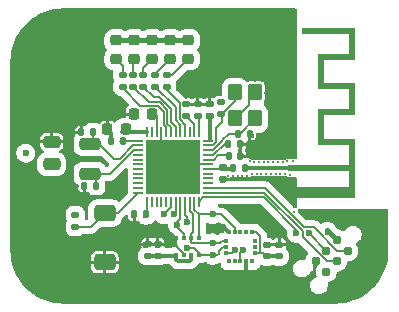
<source format=gbr>
%TF.GenerationSoftware,KiCad,Pcbnew,9.0.3-9.0.3-0~ubuntu24.04.1*%
%TF.CreationDate,2025-07-11T01:45:30-04:00*%
%TF.ProjectId,tire_sensor,74697265-5f73-4656-9e73-6f722e6b6963,rev?*%
%TF.SameCoordinates,Original*%
%TF.FileFunction,Copper,L1,Top*%
%TF.FilePolarity,Positive*%
%FSLAX46Y46*%
G04 Gerber Fmt 4.6, Leading zero omitted, Abs format (unit mm)*
G04 Created by KiCad (PCBNEW 9.0.3-9.0.3-0~ubuntu24.04.1) date 2025-07-11 01:45:30*
%MOMM*%
%LPD*%
G01*
G04 APERTURE LIST*
G04 Aperture macros list*
%AMRoundRect*
0 Rectangle with rounded corners*
0 $1 Rounding radius*
0 $2 $3 $4 $5 $6 $7 $8 $9 X,Y pos of 4 corners*
0 Add a 4 corners polygon primitive as box body*
4,1,4,$2,$3,$4,$5,$6,$7,$8,$9,$2,$3,0*
0 Add four circle primitives for the rounded corners*
1,1,$1+$1,$2,$3*
1,1,$1+$1,$4,$5*
1,1,$1+$1,$6,$7*
1,1,$1+$1,$8,$9*
0 Add four rect primitives between the rounded corners*
20,1,$1+$1,$2,$3,$4,$5,0*
20,1,$1+$1,$4,$5,$6,$7,0*
20,1,$1+$1,$6,$7,$8,$9,0*
20,1,$1+$1,$8,$9,$2,$3,0*%
G04 Aperture macros list end*
%TA.AperFunction,EtchedComponent*%
%ADD10C,0.000000*%
%TD*%
%TA.AperFunction,SMDPad,CuDef*%
%ADD11RoundRect,0.250000X-0.650000X0.425000X-0.650000X-0.425000X0.650000X-0.425000X0.650000X0.425000X0*%
%TD*%
%TA.AperFunction,SMDPad,CuDef*%
%ADD12RoundRect,0.140000X-0.170000X0.140000X-0.170000X-0.140000X0.170000X-0.140000X0.170000X0.140000X0*%
%TD*%
%TA.AperFunction,SMDPad,CuDef*%
%ADD13RoundRect,0.218750X0.256250X-0.218750X0.256250X0.218750X-0.256250X0.218750X-0.256250X-0.218750X0*%
%TD*%
%TA.AperFunction,SMDPad,CuDef*%
%ADD14RoundRect,0.140000X0.170000X-0.140000X0.170000X0.140000X-0.170000X0.140000X-0.170000X-0.140000X0*%
%TD*%
%TA.AperFunction,SMDPad,CuDef*%
%ADD15RoundRect,0.250000X0.650000X0.250000X-0.650000X0.250000X-0.650000X-0.250000X0.650000X-0.250000X0*%
%TD*%
%TA.AperFunction,SMDPad,CuDef*%
%ADD16RoundRect,0.140000X0.140000X0.170000X-0.140000X0.170000X-0.140000X-0.170000X0.140000X-0.170000X0*%
%TD*%
%TA.AperFunction,HeatsinkPad*%
%ADD17C,0.500000*%
%TD*%
%TA.AperFunction,HeatsinkPad*%
%ADD18R,4.600000X4.600000*%
%TD*%
%TA.AperFunction,SMDPad,CuDef*%
%ADD19RoundRect,0.050000X-0.050000X-0.350000X0.050000X-0.350000X0.050000X0.350000X-0.050000X0.350000X0*%
%TD*%
%TA.AperFunction,SMDPad,CuDef*%
%ADD20RoundRect,0.050000X-0.350000X-0.050000X0.350000X-0.050000X0.350000X0.050000X-0.350000X0.050000X0*%
%TD*%
%TA.AperFunction,SMDPad,CuDef*%
%ADD21RoundRect,0.225000X0.225000X0.250000X-0.225000X0.250000X-0.225000X-0.250000X0.225000X-0.250000X0*%
%TD*%
%TA.AperFunction,SMDPad,CuDef*%
%ADD22RoundRect,0.140000X-0.140000X-0.170000X0.140000X-0.170000X0.140000X0.170000X-0.140000X0.170000X0*%
%TD*%
%TA.AperFunction,SMDPad,CuDef*%
%ADD23RoundRect,0.250000X0.475000X-0.250000X0.475000X0.250000X-0.475000X0.250000X-0.475000X-0.250000X0*%
%TD*%
%TA.AperFunction,SMDPad,CuDef*%
%ADD24R,0.450000X0.350000*%
%TD*%
%TA.AperFunction,SMDPad,CuDef*%
%ADD25R,0.350000X0.450000*%
%TD*%
%TA.AperFunction,SMDPad,CuDef*%
%ADD26R,0.350000X0.350000*%
%TD*%
%TA.AperFunction,ConnectorPad*%
%ADD27R,0.500000X0.500000*%
%TD*%
%TA.AperFunction,ComponentPad*%
%ADD28R,0.500000X0.900000*%
%TD*%
%TA.AperFunction,ConnectorPad*%
%ADD29C,0.787400*%
%TD*%
%TA.AperFunction,SMDPad,CuDef*%
%ADD30RoundRect,0.250000X0.350000X-0.450000X0.350000X0.450000X-0.350000X0.450000X-0.350000X-0.450000X0*%
%TD*%
%TA.AperFunction,ViaPad*%
%ADD31C,0.300000*%
%TD*%
%TA.AperFunction,ViaPad*%
%ADD32C,0.600000*%
%TD*%
%TA.AperFunction,ViaPad*%
%ADD33C,3.250000*%
%TD*%
%TA.AperFunction,Conductor*%
%ADD34C,0.300000*%
%TD*%
%TA.AperFunction,Conductor*%
%ADD35C,0.150000*%
%TD*%
%TA.AperFunction,Conductor*%
%ADD36C,0.400000*%
%TD*%
%TA.AperFunction,Conductor*%
%ADD37C,0.152400*%
%TD*%
%TA.AperFunction,Conductor*%
%ADD38C,0.200000*%
%TD*%
%TA.AperFunction,Conductor*%
%ADD39C,0.500000*%
%TD*%
G04 APERTURE END LIST*
D10*
%TA.AperFunction,EtchedComponent*%
%TO.C,AE1*%
G36*
X95900000Y69650000D02*
G01*
X93260000Y69650000D01*
X93260000Y67650000D01*
X95900000Y67650000D01*
X95900000Y64950000D01*
X93260000Y64950000D01*
X93260000Y62950000D01*
X95900000Y62950000D01*
X95900000Y57950000D01*
X90743215Y57950000D01*
X90500000Y57950000D01*
X90500000Y58374844D01*
X90603957Y58374844D01*
X90616065Y58332181D01*
X90620419Y58324269D01*
X90653203Y58286326D01*
X90695605Y58262258D01*
X90743215Y58252417D01*
X90791622Y58257153D01*
X90836416Y58276815D01*
X90873186Y58311755D01*
X90890092Y58344647D01*
X90897982Y58392733D01*
X90891408Y58442318D01*
X90871313Y58487628D01*
X90838643Y58522888D01*
X90806417Y58539782D01*
X90758158Y58548222D01*
X90708632Y58541691D01*
X90663447Y58521132D01*
X90628213Y58487489D01*
X90617600Y58468878D01*
X90604700Y58423363D01*
X90603957Y58374844D01*
X90500000Y58374844D01*
X90500000Y58850000D01*
X95400000Y58850000D01*
X95400000Y60250000D01*
X90500000Y60250000D01*
X90500000Y60750000D01*
X95400000Y60750000D01*
X95400000Y62450000D01*
X92760000Y62450000D01*
X92760000Y65450000D01*
X95400000Y65450000D01*
X95400000Y67150000D01*
X92760000Y67150000D01*
X92760000Y70150000D01*
X95400000Y70150000D01*
X95400000Y71850000D01*
X91460000Y71850000D01*
X91460000Y72350000D01*
X95900000Y72350000D01*
X95900000Y69650000D01*
G37*
%TD.AperFunction*%
%TD*%
D11*
%TO.P,S1,1,A*%
%TO.N,/BTN*%
X74750000Y56650000D03*
%TO.P,S1,2,B*%
%TO.N,GND*%
X74750000Y52500000D03*
%TD*%
D12*
%TO.P,R6,1*%
%TO.N,VDD_NRF*%
X72250000Y56500000D03*
%TO.P,R6,2*%
%TO.N,/BTN*%
X72250000Y55500000D03*
%TD*%
%TO.P,R5,2*%
%TO.N,/LED4*%
X76250000Y67370000D03*
%TO.P,R5,1*%
%TO.N,Net-(D5-K)*%
X76250000Y68370000D03*
%TD*%
D13*
%TO.P,D5,2,A*%
%TO.N,VDD_NRF*%
X75685000Y71287500D03*
%TO.P,D5,1,K*%
%TO.N,Net-(D5-K)*%
X75685000Y69712500D03*
%TD*%
%TO.P,D4,2,A*%
%TO.N,VDD_NRF*%
X77217500Y71287500D03*
%TO.P,D4,1,K*%
%TO.N,Net-(D4-K)*%
X77217500Y69712500D03*
%TD*%
D12*
%TO.P,R4,2*%
%TO.N,/LED3*%
X77127500Y67370000D03*
%TO.P,R4,1*%
%TO.N,Net-(D4-K)*%
X77127500Y68370000D03*
%TD*%
%TO.P,R3,1*%
%TO.N,Net-(D3-K)*%
X78000000Y68370000D03*
%TO.P,R3,2*%
%TO.N,/LED2*%
X78000000Y67370000D03*
%TD*%
%TO.P,R2,1*%
%TO.N,Net-(D2-K)*%
X79000000Y68370000D03*
%TO.P,R2,2*%
%TO.N,/LED1*%
X79000000Y67370000D03*
%TD*%
%TO.P,R1,1*%
%TO.N,Net-(D1-K)*%
X80000000Y68370000D03*
%TO.P,R1,2*%
%TO.N,/LED0*%
X80000000Y67370000D03*
%TD*%
D13*
%TO.P,D3,1,K*%
%TO.N,Net-(D3-K)*%
X78750000Y69712500D03*
%TO.P,D3,2,A*%
%TO.N,VDD_NRF*%
X78750000Y71287500D03*
%TD*%
%TO.P,D2,1,K*%
%TO.N,Net-(D2-K)*%
X80282500Y69712500D03*
%TO.P,D2,2,A*%
%TO.N,VDD_NRF*%
X80282500Y71287500D03*
%TD*%
%TO.P,D1,1,K*%
%TO.N,Net-(D1-K)*%
X81815000Y69712500D03*
%TO.P,D1,2,A*%
%TO.N,VDD_NRF*%
X81815000Y71287500D03*
%TD*%
D14*
%TO.P,C14,2*%
%TO.N,GND*%
X81630000Y65900000D03*
%TO.P,C14,1*%
%TO.N,Net-(U1-P0.26)*%
X81630000Y64900000D03*
%TD*%
D15*
%TO.P,X2,2,2*%
%TO.N,/P0.00{slash}XL1*%
X73500000Y62500000D03*
%TO.P,X2,1,1*%
%TO.N,/P0.01{slash}XL2*%
X73500000Y60000000D03*
%TD*%
D14*
%TO.P,C17,2*%
%TO.N,GND*%
X89500000Y54000000D03*
%TO.P,C17,1*%
%TO.N,VDD_NRF*%
X89500000Y53000000D03*
%TD*%
D16*
%TO.P,C6,2,2*%
%TO.N,/DEC2*%
X85220000Y61500000D03*
%TO.P,C6,1,1*%
%TO.N,GND*%
X86180000Y61500000D03*
%TD*%
D14*
%TO.P,C8,2*%
%TO.N,GND*%
X83630000Y65900000D03*
%TO.P,C8,1*%
%TO.N,VDD_NRF*%
X83630000Y64900000D03*
%TD*%
D17*
%TO.P,U1,49,GND*%
%TO.N,GND*%
X82330000Y58800000D03*
X82330000Y60000000D03*
X82330000Y61200000D03*
X82330000Y62400000D03*
X81130000Y58800000D03*
X81130000Y60000000D03*
X81130000Y61200000D03*
X81130000Y62400000D03*
D18*
X80530000Y60600000D03*
D17*
X79930000Y58800000D03*
X79930000Y60000000D03*
X79930000Y61200000D03*
X79930000Y62400000D03*
X78730000Y58800000D03*
X78730000Y60000000D03*
X78730000Y61200000D03*
X78730000Y62400000D03*
D19*
%TO.P,U1,48,VDD*%
%TO.N,VDD_NRF*%
X78330000Y63550000D03*
%TO.P,U1,47,DCC*%
%TO.N,unconnected-(U1-DCC-Pad47)*%
X78730000Y63550000D03*
%TO.P,U1,46,DEC4*%
%TO.N,/DEC4*%
X79130000Y63550000D03*
%TO.P,U1,45,VSS*%
%TO.N,GND*%
X79530000Y63550000D03*
%TO.P,U1,44,N.C.*%
%TO.N,/LED4*%
X79930000Y63550000D03*
%TO.P,U1,43,P0.31/AIN7*%
%TO.N,/LED3*%
X80330000Y63550000D03*
%TO.P,U1,42,P0.30/AIN6*%
%TO.N,/LED2*%
X80730000Y63550000D03*
%TO.P,U1,41,P0.29/AIN5*%
%TO.N,/LED1*%
X81130000Y63550000D03*
%TO.P,U1,40,P0.28/AIN4*%
%TO.N,/LED0*%
X81530000Y63550000D03*
%TO.P,U1,39,P0.27*%
%TO.N,unconnected-(U1-P0.27-Pad39)*%
X81930000Y63550000D03*
%TO.P,U1,38,P0.26*%
%TO.N,Net-(U1-P0.26)*%
X82330000Y63550000D03*
%TO.P,U1,37,P0.25*%
%TO.N,/P0.25*%
X82730000Y63550000D03*
D20*
%TO.P,U1,36,VDD*%
%TO.N,VDD_NRF*%
X83480000Y62800000D03*
%TO.P,U1,35,XC2*%
%TO.N,/XC2*%
X83480000Y62400000D03*
%TO.P,U1,34,XC1*%
%TO.N,/XC1*%
X83480000Y62000000D03*
%TO.P,U1,33,DEC3*%
%TO.N,/DEC3*%
X83480000Y61600000D03*
%TO.P,U1,32,DEC2*%
%TO.N,/DEC2*%
X83480000Y61200000D03*
%TO.P,U1,31,VSS*%
%TO.N,GND*%
X83480000Y60800000D03*
%TO.P,U1,30,ANT*%
%TO.N,Net-(U1-ANT)*%
X83480000Y60400000D03*
%TO.P,U1,29,P0.24*%
%TO.N,unconnected-(U1-P0.24-Pad29)*%
X83480000Y60000000D03*
%TO.P,U1,28,P0.23*%
%TO.N,unconnected-(U1-P0.23-Pad28)*%
X83480000Y59600000D03*
%TO.P,U1,27,P0.22*%
%TO.N,unconnected-(U1-P0.22-Pad27)*%
X83480000Y59200000D03*
%TO.P,U1,26,SWDIO*%
%TO.N,/SWDIO*%
X83480000Y58800000D03*
%TO.P,U1,25,SWDCLK*%
%TO.N,/SWCLK*%
X83480000Y58400000D03*
D19*
%TO.P,U1,24,P0.21/RESET*%
%TO.N,/nRESET*%
X82730000Y57650000D03*
%TO.P,U1,23,P0.20*%
%TO.N,/SCK*%
X82330000Y57650000D03*
%TO.P,U1,22,P0.19*%
%TO.N,/SDI*%
X81930000Y57650000D03*
%TO.P,U1,21,P0.18*%
%TO.N,/SDO*%
X81530000Y57650000D03*
%TO.P,U1,20,P0.17*%
%TO.N,/CS_DPS368*%
X81130000Y57650000D03*
%TO.P,U1,19,P0.16*%
%TO.N,/CS_LIS3DHTR*%
X80730000Y57650000D03*
%TO.P,U1,18,P0.15*%
%TO.N,/INT_LIS3DHTR*%
X80330000Y57650000D03*
%TO.P,U1,17,P0.14*%
%TO.N,unconnected-(U1-P0.14-Pad17)*%
X79930000Y57650000D03*
%TO.P,U1,16,P0.13*%
%TO.N,unconnected-(U1-P0.13-Pad16)*%
X79530000Y57650000D03*
%TO.P,U1,15,P0.12*%
%TO.N,unconnected-(U1-P0.12-Pad15)*%
X79130000Y57650000D03*
%TO.P,U1,14,P0.11*%
%TO.N,unconnected-(U1-P0.11-Pad14)*%
X78730000Y57650000D03*
%TO.P,U1,13,VDD*%
%TO.N,VDD_NRF*%
X78330000Y57650000D03*
D20*
%TO.P,U1,12,P0.10*%
%TO.N,/BTN*%
X77580000Y58400000D03*
%TO.P,U1,11,P0.09*%
%TO.N,unconnected-(U1-P0.09-Pad11)*%
X77580000Y58800000D03*
%TO.P,U1,10,P0.08*%
%TO.N,unconnected-(U1-P0.08-Pad10)*%
X77580000Y59200000D03*
%TO.P,U1,9,P0.07*%
%TO.N,unconnected-(U1-P0.07-Pad9)*%
X77580000Y59600000D03*
%TO.P,U1,8,P0.06*%
%TO.N,unconnected-(U1-P0.06-Pad8)*%
X77580000Y60000000D03*
%TO.P,U1,7,P0.05/AIN3*%
%TO.N,unconnected-(U1-P0.05{slash}AIN3-Pad7)*%
X77580000Y60400000D03*
%TO.P,U1,6,P0.04/AIN2*%
%TO.N,unconnected-(U1-P0.04{slash}AIN2-Pad6)*%
X77580000Y60800000D03*
%TO.P,U1,5,P0.03/AIN1*%
%TO.N,unconnected-(U1-P0.03{slash}AIN1-Pad5)*%
X77580000Y61200000D03*
%TO.P,U1,4,P0.02/AIN0*%
%TO.N,unconnected-(U1-P0.02{slash}AIN0-Pad4)*%
X77580000Y61600000D03*
%TO.P,U1,3,P0.01/XL2*%
%TO.N,/P0.01{slash}XL2*%
X77580000Y62000000D03*
%TO.P,U1,2,P0.00/XL1*%
%TO.N,/P0.00{slash}XL1*%
X77580000Y62400000D03*
%TO.P,U1,1,DEC1*%
%TO.N,/DEC1*%
X77580000Y62800000D03*
%TD*%
D21*
%TO.P,C10,2*%
%TO.N,GND*%
X77220000Y65050000D03*
%TO.P,C10,1*%
%TO.N,/DEC4*%
X78780000Y65050000D03*
%TD*%
D12*
%TO.P,C3,2*%
%TO.N,GND*%
X84730000Y59550000D03*
%TO.P,C3,1*%
%TO.N,Net-(U1-ANT)*%
X84730000Y60550000D03*
%TD*%
D14*
%TO.P,C19,2*%
%TO.N,GND*%
X78400000Y54050000D03*
%TO.P,C19,1*%
%TO.N,VDD_NRF*%
X78400000Y53050000D03*
%TD*%
%TO.P,C2,2*%
%TO.N,GND*%
X84600000Y66080000D03*
%TO.P,C2,1*%
%TO.N,/XC2*%
X84600000Y65080000D03*
%TD*%
D22*
%TO.P,C1,2*%
%TO.N,GND*%
X87030000Y63380000D03*
%TO.P,C1,1*%
%TO.N,/XC1*%
X86030000Y63380000D03*
%TD*%
D14*
%TO.P,C13,2*%
%TO.N,GND*%
X82630000Y65900000D03*
%TO.P,C13,1*%
%TO.N,/P0.25*%
X82630000Y64900000D03*
%TD*%
%TO.P,C18,2*%
%TO.N,GND*%
X79230000Y54050000D03*
%TO.P,C18,1*%
%TO.N,VDD_NRF*%
X79230000Y53050000D03*
%TD*%
D16*
%TO.P,C5,2*%
%TO.N,GND*%
X77230000Y56550000D03*
%TO.P,C5,1*%
%TO.N,VDD_NRF*%
X78230000Y56550000D03*
%TD*%
D22*
%TO.P,C7,2*%
%TO.N,GND*%
X86200000Y62500000D03*
%TO.P,C7,1*%
%TO.N,/DEC3*%
X85200000Y62500000D03*
%TD*%
D23*
%TO.P,C15,2*%
%TO.N,GND*%
X70250000Y62700000D03*
%TO.P,C15,1*%
%TO.N,VDD_NRF*%
X70250000Y60800000D03*
%TD*%
D22*
%TO.P,L1,2*%
%TO.N,/RF*%
X86630000Y60500000D03*
%TO.P,L1,1*%
%TO.N,Net-(U1-ANT)*%
X85630000Y60500000D03*
%TD*%
%TO.P,C12,2*%
%TO.N,/P0.01{slash}XL2*%
X74000000Y59000000D03*
%TO.P,C12,1*%
%TO.N,GND*%
X73000000Y59000000D03*
%TD*%
%TO.P,C11,2*%
%TO.N,/P0.00{slash}XL1*%
X73750000Y63500000D03*
%TO.P,C11,1*%
%TO.N,GND*%
X72750000Y63500000D03*
%TD*%
D21*
%TO.P,C9,2*%
%TO.N,GND*%
X74970000Y63750000D03*
%TO.P,C9,1*%
%TO.N,VDD_NRF*%
X76530000Y63750000D03*
%TD*%
D24*
%TO.P,U3,16,ADC1*%
%TO.N,unconnected-(U3-ADC1-Pad16)*%
X87455000Y54325000D03*
%TO.P,U3,15,ADC2*%
%TO.N,unconnected-(U3-ADC2-Pad15)*%
X87455000Y53825000D03*
%TO.P,U3,14,VDD*%
%TO.N,VDD_NRF*%
X87455000Y53325000D03*
D25*
%TO.P,U3,13,ADC3*%
%TO.N,unconnected-(U3-ADC3-Pad13)*%
X87230000Y52600000D03*
%TO.P,U3,12,GND__1*%
%TO.N,GND*%
X86730000Y52600000D03*
%TO.P,U3,11,INT1*%
%TO.N,/INT_LIS3DHTR*%
X86230000Y52600000D03*
%TO.P,U3,10,RES*%
%TO.N,unconnected-(U3-RES-Pad10)*%
X85730000Y52600000D03*
%TO.P,U3,9,INT2*%
%TO.N,unconnected-(U3-INT2-Pad9)*%
X85230000Y52600000D03*
D24*
%TO.P,U3,8,CS*%
%TO.N,/CS_LIS3DHTR*%
X85005000Y53325000D03*
%TO.P,U3,7,SDO/SA0*%
%TO.N,/SDO*%
X85005000Y53825000D03*
%TO.P,U3,6,SDA/SDI/SDO*%
%TO.N,/SDI*%
X85005000Y54325000D03*
D25*
%TO.P,U3,5,GND*%
%TO.N,GND*%
X85230000Y55050000D03*
%TO.P,U3,4,SCL/SPC*%
%TO.N,/SCK*%
X85730000Y55050000D03*
%TO.P,U3,3*%
%TO.N,N/C*%
X86230000Y55050000D03*
%TO.P,U3,2*%
X86730000Y55050000D03*
%TO.P,U3,1,VDD_IO*%
%TO.N,VDD_NRF*%
X87230000Y55050000D03*
%TD*%
D26*
%TO.P,U2,8,VDD*%
%TO.N,VDD_NRF*%
X80780000Y53100000D03*
%TO.P,U2,7,GND_2*%
%TO.N,GND*%
X81430000Y53100000D03*
%TO.P,U2,6,VDDIO*%
%TO.N,VDD_NRF*%
X82080000Y53100000D03*
%TO.P,U2,5,SDO*%
%TO.N,/SDO*%
X82730000Y53100000D03*
%TO.P,U2,4,SCK*%
%TO.N,/SCK*%
X82730000Y54550000D03*
%TO.P,U2,3,SDI*%
%TO.N,/SDI*%
X82080000Y54550000D03*
%TO.P,U2,2,CSB_N*%
%TO.N,/CS_DPS368*%
X81430000Y54550000D03*
%TO.P,U2,1,GND_1*%
%TO.N,GND*%
X80780000Y54550000D03*
%TD*%
D16*
%TO.P,C4,2*%
%TO.N,GND*%
X75250000Y62750000D03*
%TO.P,C4,1*%
%TO.N,/DEC1*%
X76250000Y62750000D03*
%TD*%
D14*
%TO.P,C16,2*%
%TO.N,GND*%
X88500000Y54000000D03*
%TO.P,C16,1*%
%TO.N,VDD_NRF*%
X88500000Y53000000D03*
%TD*%
D27*
%TO.P,AE1,1,A*%
%TO.N,/RF*%
X90750000Y60500000D03*
D28*
%TO.P,AE1,2,Shield*%
%TO.N,GND*%
X90750000Y58400000D03*
%TD*%
D29*
%TO.P,J1,1,VCC*%
%TO.N,VDD_NRF*%
X94398026Y54398025D03*
%TO.P,J1,2,SWDIO*%
%TO.N,/SWDIO*%
X95296051Y53500000D03*
%TO.P,J1,3,~{RESET}*%
%TO.N,/nRESET*%
X93500000Y53500000D03*
%TO.P,J1,4,SWCLK*%
%TO.N,/SWCLK*%
X94398026Y52601974D03*
%TO.P,J1,5,GND*%
%TO.N,GND*%
X92601975Y52601974D03*
%TO.P,J1,6,SWO*%
%TO.N,unconnected-(J1-SWO-Pad6)*%
X93500000Y51703949D03*
%TD*%
D30*
%TO.P,X1,4,GND*%
%TO.N,GND*%
X85750000Y64680000D03*
%TO.P,X1,3,OSC*%
%TO.N,/XC2*%
X85750000Y66880000D03*
%TO.P,X1,2,GND*%
%TO.N,GND*%
X87450000Y66880000D03*
%TO.P,X1,1,OSC*%
%TO.N,/XC1*%
X87450000Y64680000D03*
%TD*%
D31*
%TO.N,GND*%
X87000000Y61100000D03*
D32*
X75750000Y58750000D03*
X89000000Y62500000D03*
X71000000Y66750000D03*
X69000000Y56500000D03*
X78250000Y50500000D03*
X87000000Y56750000D03*
X86250000Y71250000D03*
%TO.N,VDD_NRF*%
X72250000Y56500000D03*
%TO.N,GND*%
X84750000Y55500000D03*
%TO.N,VDD_NRF*%
X75685000Y71287500D03*
%TO.N,GND*%
X87000000Y63400000D03*
%TO.N,VDD_NRF*%
X78250000Y56500000D03*
X78400000Y53050000D03*
X68050000Y61750000D03*
%TO.N,GND*%
X74970000Y63750000D03*
X87400000Y66900000D03*
%TO.N,VDD_NRF*%
X93600000Y55100000D03*
%TO.N,/nRESET*%
X92037443Y54962557D03*
X90937557Y54962557D03*
%TO.N,VDD_NRF*%
X88500000Y53000000D03*
D31*
%TO.N,GND*%
X90700000Y59100000D03*
X90443879Y59926017D03*
X90657697Y61050000D03*
X90192136Y61039320D03*
X90000000Y60000000D03*
X89600000Y60000000D03*
X89200000Y60000000D03*
X88800000Y60000000D03*
X88400000Y60000000D03*
X88000000Y60000000D03*
X87600000Y60000000D03*
X87400000Y61000000D03*
X87800000Y61000000D03*
X88200000Y61000000D03*
X88600000Y61000000D03*
X89000000Y61000000D03*
X89400000Y61000000D03*
D33*
X70750000Y52750000D03*
X70750000Y70250000D03*
D32*
%TO.N,VDD_NRF*%
X76530000Y63750000D03*
X70250000Y60750000D03*
X83600000Y64900000D03*
D31*
%TO.N,GND*%
X85200000Y59780000D03*
X85600000Y59780000D03*
D32*
X86250000Y62500000D03*
D31*
X89800000Y60980000D03*
D32*
X83600000Y65900000D03*
X75250000Y62750000D03*
X77220000Y65050000D03*
X82600000Y65900000D03*
X88500000Y54000000D03*
X84600000Y66100000D03*
D31*
X86000000Y59780000D03*
X87200000Y60000000D03*
D32*
X77250000Y56500000D03*
X78250000Y54000000D03*
X81600000Y65900000D03*
X79250000Y54000000D03*
X73000000Y59000000D03*
X84750000Y59500000D03*
X85700000Y64700000D03*
D31*
X86800000Y59780000D03*
D32*
X72750000Y63500000D03*
D31*
X86400000Y59780000D03*
D32*
X86250000Y61500000D03*
X70250000Y62750000D03*
%TO.N,/SDO*%
X81671956Y53722419D03*
X81671956Y55950000D03*
X83880000Y53100000D03*
%TO.N,/CS_DPS368*%
X80880000Y55700000D03*
%TO.N,/SDI*%
X83880000Y54145400D03*
%TO.N,/SCK*%
X83880000Y56550000D03*
%TO.N,/INT_LIS3DHTR*%
X86482403Y53550000D03*
X79730000Y56550000D03*
%TO.N,/CS_LIS3DHTR*%
X80601400Y56550000D03*
X85730000Y53550000D03*
%TO.N,GND*%
X97400000Y56100000D03*
D31*
X97600000Y56800000D03*
X96800000Y56800000D03*
X90800000Y70200000D03*
X93600000Y56800000D03*
X90800000Y67400000D03*
X90700000Y59500000D03*
X90800000Y66200000D03*
D32*
X97400000Y55400000D03*
D31*
X90800000Y65400000D03*
X92400000Y56800000D03*
X90800000Y64600000D03*
X96000000Y56800000D03*
X90800000Y69000000D03*
X98400000Y56800000D03*
X98000000Y56800000D03*
X90800000Y63400000D03*
X90800000Y61400000D03*
X90800000Y66600000D03*
X94800000Y56800000D03*
X90800000Y57600000D03*
X90800000Y56800000D03*
X90800000Y70600000D03*
X94400000Y56800000D03*
X90800000Y65800000D03*
X90800000Y63800000D03*
X93200000Y56800000D03*
X90800000Y71000000D03*
X90800000Y68200000D03*
X90800000Y62600000D03*
X90800000Y73000000D03*
X97200000Y56800000D03*
X90800000Y69800000D03*
X92000000Y56800000D03*
X90800000Y65000000D03*
X90800000Y68600000D03*
X92800000Y56800000D03*
X90800000Y73400000D03*
X95600000Y56800000D03*
X90800000Y72200000D03*
X90800000Y71400000D03*
X90800000Y69400000D03*
X90800000Y71800000D03*
X94000000Y56800000D03*
X90800000Y63000000D03*
X91600000Y56800000D03*
X96400000Y56800000D03*
X90800000Y62200000D03*
X95200000Y56800000D03*
X90800000Y72600000D03*
X90800000Y67000000D03*
X91200000Y56800000D03*
X90800000Y73800000D03*
X90800000Y64200000D03*
X90800000Y57200000D03*
X90800000Y61800000D03*
X90800000Y67800000D03*
D32*
X89500000Y54000000D03*
%TD*%
D34*
%TO.N,VDD_NRF*%
X78400000Y53050000D02*
X80730000Y53050000D01*
X80730000Y53050000D02*
X80780000Y53100000D01*
X80780000Y53100000D02*
X80780000Y52698000D01*
X80780000Y52698000D02*
X80904000Y52574000D01*
X80904000Y52574000D02*
X81956000Y52574000D01*
X81956000Y52574000D02*
X82080000Y52698000D01*
X82080000Y52698000D02*
X82080000Y53100000D01*
D35*
%TO.N,/P0.01{slash}XL2*%
X74000000Y59000000D02*
X74000000Y59500000D01*
X74000000Y59500000D02*
X73500000Y60000000D01*
%TO.N,/BTN*%
X72250000Y55500000D02*
X73600000Y55500000D01*
X73600000Y55500000D02*
X74750000Y56650000D01*
X74750000Y56650000D02*
X75830000Y56650000D01*
X75830000Y56650000D02*
X77580000Y58400000D01*
D34*
%TO.N,GND*%
X75250000Y62750000D02*
X75250000Y63470000D01*
D35*
X75250000Y63470000D02*
X74970000Y63750000D01*
%TO.N,/P0.00{slash}XL1*%
X73500000Y62500000D02*
X74250000Y62500000D01*
X77152624Y62400000D02*
X77580000Y62400000D01*
X74250000Y62500000D02*
X75500000Y61250000D01*
X75500000Y61250000D02*
X76002624Y61250000D01*
X76002624Y61250000D02*
X77152624Y62400000D01*
X73750000Y63500000D02*
X73750000Y62750000D01*
X73750000Y62750000D02*
X73500000Y62500000D01*
%TO.N,/P0.01{slash}XL2*%
X77580000Y62000000D02*
X77178302Y62000000D01*
X77178302Y62000000D02*
X75178302Y60000000D01*
X75178302Y60000000D02*
X73500000Y60000000D01*
%TO.N,/DEC1*%
X76000000Y62750000D02*
X77530000Y62750000D01*
X77530000Y62750000D02*
X77580000Y62800000D01*
D36*
%TO.N,VDD_NRF*%
X76530000Y63750000D02*
X76400000Y63750000D01*
D35*
%TO.N,GND*%
X84750000Y55500000D02*
X84780000Y55500000D01*
D34*
X84780000Y55500000D02*
X85230000Y55050000D01*
D35*
%TO.N,/LED2*%
X78000000Y67370000D02*
X78870000Y66500000D01*
X78870000Y66500000D02*
X79351356Y66500000D01*
X79351356Y66500000D02*
X80352000Y65499356D01*
X80352000Y65499356D02*
X80352000Y64374678D01*
X80352000Y64374678D02*
X80730000Y63996678D01*
X80730000Y63996678D02*
X80730000Y63550000D01*
%TO.N,/LED1*%
X81130000Y63550000D02*
X81130000Y64142840D01*
X81130000Y64142840D02*
X80750000Y64522840D01*
X80750000Y65620000D02*
X79000000Y67370000D01*
X80750000Y64522840D02*
X80750000Y65620000D01*
%TO.N,/LED3*%
X80330000Y63550000D02*
X80330000Y63971000D01*
X80330000Y63971000D02*
X80051000Y64250000D01*
X80051000Y64250000D02*
X80051000Y65374678D01*
X80051000Y65374678D02*
X79374678Y66051000D01*
X79374678Y66051000D02*
X78446500Y66051000D01*
X78446500Y66051000D02*
X77127500Y67370000D01*
%TO.N,/LED4*%
X76250000Y67250000D02*
X77750000Y65750000D01*
X76250000Y67370000D02*
X76250000Y67250000D01*
X77750000Y65750000D02*
X79250000Y65750000D01*
X79250000Y65750000D02*
X79750000Y65250000D01*
X79750000Y65250000D02*
X79750000Y64121708D01*
X79750000Y64121708D02*
X79930000Y63941708D01*
X79930000Y63941708D02*
X79930000Y63550000D01*
%TO.N,/LED0*%
X81074000Y64624518D02*
X81074000Y66000000D01*
X81530000Y64168518D02*
X81074000Y64624518D01*
X81530000Y63550000D02*
X81530000Y64168518D01*
X81074000Y66000000D02*
X80000000Y67074000D01*
X80000000Y67074000D02*
X80000000Y67370000D01*
D36*
%TO.N,VDD_NRF*%
X75685000Y71287500D02*
X81815000Y71287500D01*
D35*
%TO.N,Net-(D1-K)*%
X80000000Y68370000D02*
X80472500Y68370000D01*
X80472500Y68370000D02*
X81815000Y69712500D01*
%TO.N,Net-(D2-K)*%
X79000000Y68370000D02*
X79000000Y68430000D01*
X79000000Y68430000D02*
X80282500Y69712500D01*
%TO.N,Net-(D3-K)*%
X78000000Y68370000D02*
X78000000Y68962500D01*
X78000000Y68962500D02*
X78750000Y69712500D01*
%TO.N,Net-(D4-K)*%
X77127500Y68370000D02*
X77127500Y69622500D01*
X77127500Y69622500D02*
X77217500Y69712500D01*
%TO.N,Net-(D5-K)*%
X76250000Y68370000D02*
X76250000Y69147500D01*
X76250000Y69147500D02*
X75685000Y69712500D01*
%TO.N,/LED2*%
X78102000Y67370000D02*
X78000000Y67370000D01*
D37*
%TO.N,GND*%
X85700000Y64700000D02*
X85754400Y64645600D01*
X85754400Y64645600D02*
X85780000Y64645600D01*
X86930000Y65795600D02*
X86930000Y66850000D01*
X85780000Y64645600D02*
X86930000Y65795600D01*
D36*
%TO.N,VDD_NRF*%
X83600000Y64900000D02*
X83630000Y64900000D01*
D38*
X83600000Y64900000D02*
X83630000Y64870000D01*
D34*
X83630000Y64870000D02*
X83630000Y62950000D01*
D38*
X83630000Y62950000D02*
X83531000Y62851000D01*
X83531000Y62851000D02*
X83480000Y62851000D01*
D35*
%TO.N,GND*%
X84600000Y66080000D02*
X84600000Y66100000D01*
D34*
X78250000Y54000000D02*
X78300000Y54050000D01*
X78300000Y54050000D02*
X78300000Y54120000D01*
D35*
%TO.N,VDD_NRF*%
X93600000Y55100000D02*
X93562126Y55100000D01*
X93562126Y55100000D02*
X93546051Y55116075D01*
X93546051Y55116075D02*
X93546051Y55250000D01*
%TO.N,GND*%
X78300000Y54120000D02*
X78230000Y54050000D01*
%TO.N,/nRESET*%
X82730000Y57650000D02*
X83080000Y58000000D01*
X83080000Y58000000D02*
X88216900Y58000000D01*
X88216900Y58000000D02*
X90937557Y55279343D01*
X90937557Y55279343D02*
X90937557Y54962557D01*
X92037443Y54962557D02*
X93500000Y53500000D01*
D36*
%TO.N,VDD_NRF*%
X93546051Y55250000D02*
X94398026Y54398025D01*
D35*
%TO.N,/SWCLK*%
X83480000Y58400000D02*
X88242578Y58400000D01*
X88242578Y58400000D02*
X91500000Y55142578D01*
X91500000Y55142578D02*
X91500000Y54623611D01*
X91500000Y54623611D02*
X93521637Y52601974D01*
X93521637Y52601974D02*
X94398026Y52601974D01*
%TO.N,/SWDIO*%
X83480000Y58800000D02*
X88268255Y58800000D01*
X88268255Y58800000D02*
X91568255Y55500000D01*
X91568255Y55500000D02*
X92419662Y55500000D01*
X92419662Y55500000D02*
X94419662Y53500000D01*
X94419662Y53500000D02*
X95296051Y53500000D01*
%TO.N,VDD_NRF*%
X87455000Y53325000D02*
X88175000Y53325000D01*
X88175000Y53325000D02*
X88500000Y53000000D01*
D34*
X89500000Y53000000D02*
X88500000Y53000000D01*
D35*
X87230000Y55050000D02*
X87582000Y55050000D01*
X87582000Y55050000D02*
X87906000Y54726000D01*
X87906000Y54726000D02*
X87906000Y53424000D01*
X87807000Y53325000D02*
X87455000Y53325000D01*
X87906000Y53424000D02*
X87807000Y53325000D01*
D34*
%TO.N,/RF*%
X90300000Y60500000D02*
X88322500Y60500000D01*
D39*
X90750000Y60500000D02*
X90300000Y60500000D01*
D37*
%TO.N,VDD_NRF*%
X78330000Y57650000D02*
X78330000Y56650000D01*
D34*
X78330000Y63550000D02*
X76230000Y63550000D01*
D37*
%TO.N,GND*%
X79530000Y61600000D02*
X80530000Y60600000D01*
X80780000Y53865407D02*
X80780000Y54550000D01*
X83480000Y60800000D02*
X80730000Y60800000D01*
X80730000Y60800000D02*
X80530000Y60600000D01*
X79530000Y63550000D02*
X79530000Y61600000D01*
D34*
X86730000Y52600000D02*
X86730000Y51800000D01*
D37*
X81430000Y53100000D02*
X81430000Y53215407D01*
X81430000Y53215407D02*
X80780000Y53865407D01*
%TO.N,/XC2*%
X83480000Y62400000D02*
X83880000Y62400000D01*
X84130000Y63880000D02*
X84630000Y64380000D01*
X84630000Y64380000D02*
X84630000Y65050000D01*
X84130000Y62650000D02*
X84130000Y63880000D01*
X83880000Y62400000D02*
X84130000Y62650000D01*
D38*
%TO.N,Net-(U1-ANT)*%
X83480000Y60400000D02*
X84580000Y60400000D01*
D34*
X84580000Y60400000D02*
X85380000Y60400000D01*
D37*
X84580000Y60400000D02*
X84730000Y60550000D01*
X85380000Y60400000D02*
X85630000Y60650000D01*
%TO.N,/DEC2*%
X83480000Y61200000D02*
X83974199Y61200000D01*
X84324200Y61550000D02*
X85230000Y61550000D01*
X83974199Y61200000D02*
X84324200Y61550000D01*
%TO.N,/DEC3*%
X83941733Y61600000D02*
X84891732Y62550000D01*
X84891732Y62550000D02*
X85230000Y62550000D01*
X83480000Y61600000D02*
X83941733Y61600000D01*
%TO.N,/DEC4*%
X79010000Y65050000D02*
X79130000Y64930000D01*
X79130000Y64930000D02*
X79130000Y63550000D01*
%TO.N,/P0.25*%
X82730000Y64800000D02*
X82630000Y64900000D01*
X82730000Y63550000D02*
X82730000Y64800000D01*
%TO.N,Net-(U1-P0.26)*%
X82330000Y63550000D02*
X82330000Y64200000D01*
X82330000Y64200000D02*
X81630000Y64900000D01*
D34*
%TO.N,/RF*%
X86630000Y60500000D02*
X88322500Y60500000D01*
D37*
%TO.N,/SDO*%
X81671956Y56360491D02*
X81530000Y56502447D01*
X83880000Y53100000D02*
X84280000Y53100000D01*
X81671956Y55950000D02*
X81671956Y56360491D01*
X82266781Y53722419D02*
X82730000Y53259200D01*
X84380000Y53200000D02*
X84380000Y53450000D01*
X82730000Y53259200D02*
X82730000Y53100000D01*
X84280000Y53100000D02*
X84380000Y53200000D01*
X81671956Y53722419D02*
X82266781Y53722419D01*
X82730000Y53100000D02*
X83880000Y53100000D01*
X84755000Y53825000D02*
X85005000Y53825000D01*
X84380000Y53450000D02*
X84755000Y53825000D01*
X81530000Y56502447D02*
X81530000Y57650000D01*
%TO.N,/CS_DPS368*%
X80880000Y55700000D02*
X80880000Y55450000D01*
X80880000Y55950000D02*
X80880000Y55700000D01*
X80880000Y55450000D02*
X81430000Y54900000D01*
X81130000Y56200000D02*
X80880000Y55950000D01*
X81430000Y54900000D02*
X81430000Y54550000D01*
X81130000Y57650000D02*
X81130000Y56200000D01*
%TO.N,/SDI*%
X81930000Y57650000D02*
X81930000Y56850000D01*
X83880000Y54145400D02*
X84495800Y54145400D01*
X82080000Y54200000D02*
X82134600Y54145400D01*
X82080000Y54900000D02*
X82080000Y54550000D01*
X84675400Y54325000D02*
X85005000Y54325000D01*
X84495800Y54145400D02*
X84675400Y54325000D01*
X82230000Y56550000D02*
X82230000Y55050000D01*
X82080000Y54550000D02*
X82080000Y54200000D01*
X82230000Y55050000D02*
X82080000Y54900000D01*
X82134600Y54145400D02*
X83880000Y54145400D01*
X81930000Y56850000D02*
X82230000Y56550000D01*
%TO.N,/SCK*%
X84607400Y56550000D02*
X85730000Y55427400D01*
X83880000Y56550000D02*
X84607400Y56550000D01*
X82730000Y56550000D02*
X82730000Y55550000D01*
X82330000Y57650000D02*
X82330000Y56950000D01*
X82730000Y56550000D02*
X83880000Y56550000D01*
X85730000Y55427400D02*
X85730000Y55050000D01*
X82330000Y56950000D02*
X82730000Y56550000D01*
X82730000Y55550000D02*
X82730000Y54550000D01*
%TO.N,/INT_LIS3DHTR*%
X86230000Y53297597D02*
X86230000Y52600000D01*
X86482403Y53550000D02*
X86230000Y53297597D01*
X80330000Y57150000D02*
X79730000Y56550000D01*
X80330000Y57650000D02*
X80330000Y57150000D01*
%TO.N,/CS_LIS3DHTR*%
X85730000Y53550000D02*
X85505000Y53325000D01*
X80730000Y57650000D02*
X80730000Y56678600D01*
X85505000Y53325000D02*
X85005000Y53325000D01*
X80730000Y56678600D02*
X80601400Y56550000D01*
D35*
%TO.N,/XC1*%
X83907375Y62000000D02*
X84694000Y62786625D01*
X84694000Y62830123D02*
X85243877Y63380000D01*
%TO.N,/XC2*%
X85750000Y66170000D02*
X85750000Y66880000D01*
%TO.N,/XC1*%
X86150000Y63380000D02*
X87450000Y64680000D01*
%TO.N,GND*%
X87950000Y67380000D02*
X87450000Y66880000D01*
%TO.N,/XC2*%
X84630000Y65050000D02*
X85750000Y66170000D01*
%TO.N,GND*%
X87750000Y66580000D02*
X87450000Y66880000D01*
X87591994Y67021994D02*
X87450000Y66880000D01*
%TO.N,/XC1*%
X86030000Y63380000D02*
X86150000Y63380000D01*
%TO.N,GND*%
X87550000Y66980000D02*
X87450000Y66880000D01*
%TO.N,/XC1*%
X84694000Y62786625D02*
X84694000Y62830123D01*
X83480000Y62000000D02*
X83907375Y62000000D01*
%TO.N,GND*%
X87200000Y67130000D02*
X87450000Y66880000D01*
X88000000Y67430000D02*
X87450000Y66880000D01*
%TO.N,/XC1*%
X85243877Y63380000D02*
X86030000Y63380000D01*
D37*
%TO.N,GND*%
X87280000Y63350000D02*
X87280000Y63150000D01*
%TO.N,VDD_NRF*%
X78330000Y56650000D02*
X78230000Y56550000D01*
%TD*%
%TA.AperFunction,Conductor*%
%TO.N,GND*%
G36*
X90943039Y73979815D02*
G01*
X90988794Y73927011D01*
X91000000Y73875500D01*
X91000000Y61374500D01*
X90980315Y61307461D01*
X90927511Y61261706D01*
X90876000Y61250500D01*
X90226080Y61250500D01*
X90081092Y61221660D01*
X90081086Y61221658D01*
X89988948Y61183493D01*
X89955500Y61169638D01*
X89938878Y61162753D01*
X89938520Y61163615D01*
X89886160Y61150500D01*
X87246324Y61150500D01*
X87179285Y61170185D01*
X87170324Y61176520D01*
X87165684Y61180119D01*
X87026393Y61262495D01*
X87026390Y61262496D01*
X86870997Y61307643D01*
X86870991Y61307644D01*
X86834697Y61310500D01*
X86834690Y61310500D01*
X86827862Y61310500D01*
X86760823Y61330185D01*
X86740181Y61346819D01*
X86714000Y61373000D01*
X86304000Y61373000D01*
X86295314Y61375551D01*
X86286353Y61374262D01*
X86262312Y61385241D01*
X86236961Y61392685D01*
X86231033Y61399526D01*
X86222797Y61403287D01*
X86208507Y61425522D01*
X86191206Y61445489D01*
X86188918Y61456004D01*
X86185023Y61462065D01*
X86180000Y61497000D01*
X86180000Y61500000D01*
X86177000Y61500000D01*
X86109961Y61519685D01*
X86064206Y61572489D01*
X86053000Y61624000D01*
X86053000Y62122638D01*
X86072685Y62189677D01*
X86073000Y62190068D01*
X86073000Y62376000D01*
X86075550Y62384686D01*
X86074262Y62393647D01*
X86085240Y62417688D01*
X86092685Y62443039D01*
X86099525Y62448967D01*
X86103287Y62457203D01*
X86125521Y62471493D01*
X86145489Y62488794D01*
X86156003Y62491082D01*
X86162065Y62494977D01*
X86197000Y62500000D01*
X86203000Y62500000D01*
X86270039Y62480315D01*
X86315794Y62427511D01*
X86327000Y62376000D01*
X86327000Y61877362D01*
X86307315Y61810323D01*
X86307000Y61809933D01*
X86307000Y61627000D01*
X86713999Y61627000D01*
X86713999Y61701006D01*
X86699386Y61793272D01*
X86642724Y61904475D01*
X86636987Y61912373D01*
X86638708Y61913624D01*
X86611396Y61963643D01*
X86616380Y62033335D01*
X86644884Y62077686D01*
X86662725Y62095526D01*
X86719388Y62206735D01*
X86734000Y62298988D01*
X86734000Y62373000D01*
X86456070Y62373000D01*
X86441131Y62377387D01*
X86425571Y62376809D01*
X86408289Y62387030D01*
X86389031Y62392685D01*
X86378836Y62404450D01*
X86365432Y62412378D01*
X86356419Y62430321D01*
X86343276Y62445489D01*
X86341060Y62460900D01*
X86334071Y62474814D01*
X86336189Y62494777D01*
X86333332Y62514647D01*
X86339800Y62528811D01*
X86341443Y62544294D01*
X86354017Y62559943D01*
X86362357Y62578203D01*
X86376060Y62587373D01*
X86385209Y62598758D01*
X86412671Y62611873D01*
X86416748Y62614600D01*
X86419103Y62615388D01*
X86426395Y62617506D01*
X86427638Y62618242D01*
X86434692Y62620600D01*
X86444948Y62620981D01*
X86474014Y62627000D01*
X86733999Y62627000D01*
X86733999Y62692001D01*
X86753684Y62759040D01*
X86806488Y62804795D01*
X86857998Y62816001D01*
X86902999Y62816002D01*
X86903000Y62816002D01*
X86903000Y63256000D01*
X86905550Y63264686D01*
X86904262Y63273647D01*
X86915240Y63297688D01*
X86922685Y63323039D01*
X86929525Y63328967D01*
X86933287Y63337203D01*
X86955521Y63351493D01*
X86975489Y63368794D01*
X86986003Y63371082D01*
X86992065Y63374977D01*
X87027000Y63380000D01*
X87033000Y63380000D01*
X87100039Y63360315D01*
X87145794Y63307511D01*
X87157000Y63256000D01*
X87157000Y62816001D01*
X87201005Y62816001D01*
X87293271Y62830614D01*
X87404474Y62887276D01*
X87404479Y62887279D01*
X87492721Y62975521D01*
X87492724Y62975525D01*
X87549388Y63086735D01*
X87564000Y63178988D01*
X87564000Y63253000D01*
X87549180Y63267820D01*
X87515695Y63329143D01*
X87520679Y63398835D01*
X87562551Y63454768D01*
X87628015Y63479185D01*
X87636861Y63479501D01*
X87850002Y63479501D01*
X87850008Y63479501D01*
X87952797Y63490001D01*
X88119334Y63545186D01*
X88268656Y63637288D01*
X88392712Y63761344D01*
X88484814Y63910666D01*
X88539999Y64077203D01*
X88550500Y64179991D01*
X88550499Y65180008D01*
X88547055Y65213719D01*
X88539999Y65282797D01*
X88539998Y65282800D01*
X88537783Y65289485D01*
X88484814Y65449334D01*
X88392712Y65598656D01*
X88268656Y65722712D01*
X88266774Y65723873D01*
X88258899Y65728731D01*
X88252077Y65736316D01*
X88242797Y65740554D01*
X88229107Y65761856D01*
X88212177Y65780680D01*
X88209533Y65792314D01*
X88205023Y65799332D01*
X88200000Y65834267D01*
X88200000Y66082055D01*
X88219685Y66149094D01*
X88224734Y66156367D01*
X88246897Y66185973D01*
X88297547Y66321769D01*
X88303999Y66381773D01*
X88304000Y66381790D01*
X88304000Y66753000D01*
X88299699Y66757301D01*
X88282312Y66765241D01*
X88256961Y66772685D01*
X88251033Y66779526D01*
X88242797Y66783287D01*
X88228507Y66805522D01*
X88211206Y66825489D01*
X88208918Y66836004D01*
X88205023Y66842065D01*
X88200000Y66877000D01*
X88200000Y66883000D01*
X88219685Y66950039D01*
X88272489Y66995794D01*
X88298438Y67001440D01*
X88303999Y67007000D01*
X88303999Y67378208D01*
X88303998Y67378217D01*
X88297547Y67438236D01*
X88297546Y67438239D01*
X88246900Y67574022D01*
X88246896Y67574028D01*
X88224731Y67603639D01*
X88200316Y67669104D01*
X88200000Y67677947D01*
X88200000Y67780000D01*
X88058082Y67780000D01*
X88014748Y67787819D01*
X87908236Y67827547D01*
X87908233Y67827548D01*
X87848227Y67834000D01*
X87577000Y67834000D01*
X87559319Y67816319D01*
X87532391Y67801616D01*
X87506573Y67785023D01*
X87500372Y67784132D01*
X87497996Y67782834D01*
X87471638Y67780000D01*
X87428363Y67780000D01*
X87361324Y67799685D01*
X87340683Y67816318D01*
X87323000Y67834000D01*
X87051793Y67834000D01*
X87051783Y67833999D01*
X86991764Y67827548D01*
X86991761Y67827547D01*
X86885253Y67787819D01*
X86879623Y67786804D01*
X86876853Y67785023D01*
X86841918Y67780000D01*
X86762730Y67780000D01*
X86695691Y67799685D01*
X86675049Y67816319D01*
X86568657Y67922711D01*
X86568656Y67922712D01*
X86419334Y68014814D01*
X86252797Y68069999D01*
X86252795Y68070000D01*
X86150010Y68080500D01*
X85349998Y68080500D01*
X85349980Y68080499D01*
X85247203Y68070000D01*
X85247200Y68069999D01*
X85080668Y68014815D01*
X85080663Y68014813D01*
X84931342Y67922711D01*
X84807289Y67798658D01*
X84715187Y67649337D01*
X84715186Y67649334D01*
X84660001Y67482797D01*
X84660001Y67482796D01*
X84660000Y67482796D01*
X84649500Y67380017D01*
X84649500Y66736862D01*
X84629815Y66669823D01*
X84577011Y66624068D01*
X84524362Y66616498D01*
X84524363Y66614001D01*
X84398995Y66614000D01*
X84306728Y66599387D01*
X84195525Y66542725D01*
X84195520Y66542722D01*
X84107274Y66454475D01*
X84101538Y66446580D01*
X84098408Y66448854D01*
X84063433Y66411851D01*
X83995605Y66395083D01*
X83944672Y66408482D01*
X83923267Y66419389D01*
X83831012Y66434000D01*
X83757000Y66434000D01*
X83757000Y66024000D01*
X83754449Y66015315D01*
X83755738Y66006353D01*
X83744759Y65982313D01*
X83737315Y65956961D01*
X83730474Y65951034D01*
X83726713Y65942797D01*
X83704478Y65928508D01*
X83684511Y65911206D01*
X83673996Y65908919D01*
X83667935Y65905023D01*
X83633000Y65900000D01*
X83630000Y65900000D01*
X83630000Y65897000D01*
X83610315Y65829961D01*
X83557511Y65784206D01*
X83506000Y65773000D01*
X81773500Y65773000D01*
X81706461Y65792685D01*
X81660706Y65845489D01*
X81649500Y65897000D01*
X81649500Y65903000D01*
X81669185Y65970039D01*
X81721989Y66015794D01*
X81773500Y66027000D01*
X82503000Y66027000D01*
X82503000Y66434000D01*
X82757000Y66434000D01*
X82757000Y66027000D01*
X83503000Y66027000D01*
X83503000Y66434000D01*
X83502999Y66434001D01*
X83428995Y66434000D01*
X83336728Y66419387D01*
X83225525Y66362725D01*
X83225520Y66362722D01*
X83217681Y66354882D01*
X83156358Y66321397D01*
X83086666Y66326381D01*
X83042319Y66354882D01*
X83034479Y66362722D01*
X83034475Y66362725D01*
X82923265Y66419389D01*
X82831012Y66434000D01*
X82757000Y66434000D01*
X82503000Y66434000D01*
X82502999Y66434001D01*
X82428995Y66434000D01*
X82336728Y66419387D01*
X82225525Y66362725D01*
X82225520Y66362722D01*
X82217681Y66354882D01*
X82156358Y66321397D01*
X82086666Y66326381D01*
X82042319Y66354882D01*
X82034479Y66362722D01*
X82034475Y66362725D01*
X81923265Y66419389D01*
X81831012Y66434000D01*
X81757000Y66434000D01*
X81757000Y66428709D01*
X81748859Y66400985D01*
X81743566Y66372574D01*
X81739135Y66367869D01*
X81737315Y66361670D01*
X81715481Y66342752D01*
X81695665Y66321708D01*
X81689392Y66320146D01*
X81684511Y66315915D01*
X81655913Y66311803D01*
X81627868Y66304815D01*
X81621748Y66306891D01*
X81615353Y66305971D01*
X81589068Y66317975D01*
X81561701Y66327257D01*
X81555297Y66333398D01*
X81551797Y66334996D01*
X81536007Y66351454D01*
X81534594Y66353228D01*
X81534515Y66353365D01*
X81534367Y66353513D01*
X81530007Y66358987D01*
X81529787Y66359525D01*
X81529569Y66359810D01*
X81529647Y66359870D01*
X81519356Y66385119D01*
X81505834Y66409884D01*
X81504604Y66421315D01*
X81503637Y66423690D01*
X81504088Y66426116D01*
X81503270Y66433730D01*
X81502068Y66434932D01*
X81438203Y66453685D01*
X81417561Y66470319D01*
X80844506Y67043374D01*
X80811021Y67104697D01*
X80808569Y67140780D01*
X80810500Y67165310D01*
X80810500Y67574690D01*
X80807643Y67610993D01*
X80807642Y67610998D01*
X80763123Y67764232D01*
X80763322Y67834101D01*
X80801264Y67892771D01*
X80820195Y67906212D01*
X80825865Y67909485D01*
X81654561Y68738181D01*
X81715884Y68771666D01*
X81742242Y68774500D01*
X82119169Y68774500D01*
X82119174Y68774500D01*
X82217685Y68784564D01*
X82377287Y68837451D01*
X82520391Y68925719D01*
X82639281Y69044609D01*
X82727549Y69187713D01*
X82780436Y69347315D01*
X82790500Y69445826D01*
X82790500Y69979174D01*
X82780436Y70077685D01*
X82727549Y70237287D01*
X82727545Y70237293D01*
X82727544Y70237296D01*
X82639283Y70380388D01*
X82639280Y70380392D01*
X82607353Y70412319D01*
X82573868Y70473642D01*
X82578852Y70543334D01*
X82607353Y70587681D01*
X82639281Y70619609D01*
X82727549Y70762713D01*
X82780436Y70922315D01*
X82790500Y71020826D01*
X82790500Y71554174D01*
X82780436Y71652685D01*
X82727549Y71812287D01*
X82727545Y71812293D01*
X82727544Y71812296D01*
X82639283Y71955388D01*
X82639280Y71955392D01*
X82520391Y72074281D01*
X82520387Y72074284D01*
X82377295Y72162545D01*
X82377289Y72162548D01*
X82377287Y72162549D01*
X82217685Y72215436D01*
X82217683Y72215437D01*
X82119181Y72225500D01*
X82119174Y72225500D01*
X81510826Y72225500D01*
X81510818Y72225500D01*
X81412316Y72215437D01*
X81412315Y72215436D01*
X81333219Y72189227D01*
X81252715Y72162550D01*
X81252710Y72162548D01*
X81113847Y72076895D01*
X81046455Y72058455D01*
X80983653Y72076895D01*
X80844789Y72162548D01*
X80844784Y72162550D01*
X80843376Y72163017D01*
X80685185Y72215436D01*
X80685183Y72215437D01*
X80586681Y72225500D01*
X80586674Y72225500D01*
X79978326Y72225500D01*
X79978318Y72225500D01*
X79879816Y72215437D01*
X79879815Y72215436D01*
X79800719Y72189227D01*
X79720215Y72162550D01*
X79720210Y72162548D01*
X79581347Y72076895D01*
X79513955Y72058455D01*
X79451153Y72076895D01*
X79312289Y72162548D01*
X79312284Y72162550D01*
X79310876Y72163017D01*
X79152685Y72215436D01*
X79152683Y72215437D01*
X79054181Y72225500D01*
X79054174Y72225500D01*
X78445826Y72225500D01*
X78445818Y72225500D01*
X78347316Y72215437D01*
X78347315Y72215436D01*
X78268219Y72189227D01*
X78187715Y72162550D01*
X78187710Y72162548D01*
X78048847Y72076895D01*
X77981455Y72058455D01*
X77918653Y72076895D01*
X77779789Y72162548D01*
X77779784Y72162550D01*
X77778376Y72163017D01*
X77620185Y72215436D01*
X77620183Y72215437D01*
X77521681Y72225500D01*
X77521674Y72225500D01*
X76913326Y72225500D01*
X76913318Y72225500D01*
X76814816Y72215437D01*
X76814815Y72215436D01*
X76735719Y72189227D01*
X76655215Y72162550D01*
X76655210Y72162548D01*
X76516347Y72076895D01*
X76448955Y72058455D01*
X76386153Y72076895D01*
X76247289Y72162548D01*
X76247284Y72162550D01*
X76245876Y72163017D01*
X76087685Y72215436D01*
X76087683Y72215437D01*
X75989181Y72225500D01*
X75989174Y72225500D01*
X75380826Y72225500D01*
X75380818Y72225500D01*
X75282316Y72215437D01*
X75282315Y72215436D01*
X75203219Y72189227D01*
X75122715Y72162550D01*
X75122704Y72162545D01*
X74979612Y72074284D01*
X74979608Y72074281D01*
X74860719Y71955392D01*
X74860716Y71955388D01*
X74772455Y71812296D01*
X74772451Y71812287D01*
X74719564Y71652685D01*
X74719564Y71652684D01*
X74719563Y71652684D01*
X74709500Y71554182D01*
X74709500Y71020819D01*
X74719563Y70922317D01*
X74772450Y70762716D01*
X74772455Y70762705D01*
X74860716Y70619613D01*
X74860719Y70619609D01*
X74892647Y70587681D01*
X74926132Y70526358D01*
X74921148Y70456666D01*
X74892647Y70412319D01*
X74860719Y70380392D01*
X74860716Y70380388D01*
X74772455Y70237296D01*
X74772451Y70237287D01*
X74719564Y70077685D01*
X74719564Y70077684D01*
X74719563Y70077684D01*
X74709500Y69979182D01*
X74709500Y69445819D01*
X74719563Y69347317D01*
X74772450Y69187716D01*
X74772455Y69187705D01*
X74860716Y69044613D01*
X74860719Y69044609D01*
X74979608Y68925720D01*
X74979612Y68925717D01*
X75122704Y68837456D01*
X75122707Y68837455D01*
X75122713Y68837451D01*
X75282315Y68784564D01*
X75328632Y68779833D01*
X75338745Y68778799D01*
X75403437Y68752403D01*
X75443589Y68695222D01*
X75446452Y68625411D01*
X75445220Y68620847D01*
X75442356Y68610992D01*
X75439500Y68574698D01*
X75439500Y68165303D01*
X75442356Y68129009D01*
X75442357Y68129003D01*
X75487504Y67973610D01*
X75487506Y67973605D01*
X75511448Y67933119D01*
X75528629Y67865394D01*
X75511448Y67806881D01*
X75487506Y67766396D01*
X75487504Y67766391D01*
X75442357Y67610998D01*
X75442356Y67610992D01*
X75439500Y67574698D01*
X75439500Y67165303D01*
X75442356Y67129009D01*
X75442357Y67129003D01*
X75487504Y66973610D01*
X75487505Y66973607D01*
X75569881Y66834316D01*
X75569887Y66834308D01*
X75684307Y66719888D01*
X75684311Y66719885D01*
X75684313Y66719883D01*
X75823605Y66637506D01*
X75864587Y66625600D01*
X75979002Y66592358D01*
X75979005Y66592358D01*
X75979007Y66592357D01*
X76015310Y66589500D01*
X76045258Y66589500D01*
X76112297Y66569815D01*
X76132939Y66553181D01*
X76775300Y65910820D01*
X76808785Y65849497D01*
X76803801Y65779805D01*
X76761930Y65723873D01*
X76652814Y65642189D01*
X76652811Y65642186D01*
X76570269Y65531925D01*
X76570267Y65531922D01*
X76522134Y65402873D01*
X76522133Y65402868D01*
X76516000Y65345837D01*
X76516000Y65177000D01*
X77096000Y65177000D01*
X77104685Y65174450D01*
X77113647Y65175738D01*
X77137687Y65164760D01*
X77163039Y65157315D01*
X77168966Y65150475D01*
X77177203Y65146713D01*
X77191492Y65124479D01*
X77208794Y65104511D01*
X77211081Y65093997D01*
X77214977Y65087935D01*
X77220000Y65053000D01*
X77220000Y65047000D01*
X77200315Y64979961D01*
X77147511Y64934206D01*
X77096000Y64923000D01*
X76516000Y64923000D01*
X76516000Y64849500D01*
X76496315Y64782461D01*
X76443511Y64736706D01*
X76392001Y64725500D01*
X76256663Y64725500D01*
X76256644Y64725499D01*
X76157292Y64715350D01*
X76157289Y64715349D01*
X75996305Y64662004D01*
X75996294Y64661999D01*
X75851959Y64572971D01*
X75851955Y64572968D01*
X75732033Y64453046D01*
X75694934Y64392900D01*
X75642985Y64346177D01*
X75574022Y64334956D01*
X75515085Y64358733D01*
X75426924Y64424731D01*
X75426921Y64424733D01*
X75297872Y64472866D01*
X75297867Y64472867D01*
X75240836Y64479000D01*
X75097000Y64479000D01*
X75097000Y63874000D01*
X75094449Y63865315D01*
X75095738Y63856353D01*
X75084759Y63832313D01*
X75077315Y63806961D01*
X75070474Y63801034D01*
X75066713Y63792797D01*
X75044478Y63778508D01*
X75024511Y63761206D01*
X75013996Y63758919D01*
X75007935Y63755023D01*
X74973000Y63750000D01*
X74967000Y63750000D01*
X74899961Y63769685D01*
X74854206Y63822489D01*
X74843000Y63874000D01*
X74843000Y64479000D01*
X74699163Y64479000D01*
X74642132Y64472867D01*
X74642127Y64472866D01*
X74513078Y64424733D01*
X74513075Y64424731D01*
X74402814Y64342189D01*
X74349429Y64270876D01*
X74293495Y64229006D01*
X74223803Y64224022D01*
X74187043Y64238455D01*
X74175617Y64245212D01*
X74146395Y64262494D01*
X74146393Y64262495D01*
X74146391Y64262496D01*
X73990997Y64307643D01*
X73990991Y64307644D01*
X73954697Y64310500D01*
X73954690Y64310500D01*
X73545310Y64310500D01*
X73545302Y64310500D01*
X73509008Y64307644D01*
X73509002Y64307643D01*
X73353609Y64262496D01*
X73353606Y64262495D01*
X73214315Y64180119D01*
X73214307Y64180113D01*
X73118645Y64084450D01*
X73057322Y64050965D01*
X73011566Y64049658D01*
X72921012Y64064000D01*
X72877000Y64064000D01*
X72877000Y63624000D01*
X72874449Y63615315D01*
X72875738Y63606353D01*
X72864759Y63582313D01*
X72857315Y63556961D01*
X72850474Y63551034D01*
X72846713Y63542797D01*
X72824478Y63528508D01*
X72804511Y63511206D01*
X72793996Y63508919D01*
X72787935Y63505023D01*
X72753000Y63500000D01*
X72747000Y63500000D01*
X72679961Y63519685D01*
X72634206Y63572489D01*
X72623000Y63624000D01*
X72623000Y64064000D01*
X72578995Y64064000D01*
X72486728Y64049387D01*
X72375525Y63992725D01*
X72375520Y63992722D01*
X72287278Y63904480D01*
X72287275Y63904476D01*
X72230611Y63793266D01*
X72216000Y63701013D01*
X72216000Y63627000D01*
X72405010Y63627000D01*
X72406155Y63626664D01*
X72407308Y63626979D01*
X72439605Y63616842D01*
X72472049Y63607315D01*
X72472830Y63606413D01*
X72473971Y63606055D01*
X72495668Y63580058D01*
X72517804Y63554511D01*
X72517973Y63553331D01*
X72518740Y63552412D01*
X72522936Y63518819D01*
X72527748Y63485353D01*
X72527251Y63484267D01*
X72527400Y63483081D01*
X72512773Y63452564D01*
X72498723Y63421797D01*
X72497549Y63420800D01*
X72497202Y63420074D01*
X72470105Y63397460D01*
X72460377Y63391460D01*
X72395282Y63373000D01*
X72216001Y63373000D01*
X72216001Y63298994D01*
X72227372Y63227192D01*
X72218416Y63157899D01*
X72210438Y63142701D01*
X72189656Y63109007D01*
X72165186Y63069334D01*
X72110001Y62902797D01*
X72110001Y62902796D01*
X72110000Y62902796D01*
X72099500Y62800017D01*
X72099500Y62199999D01*
X72099501Y62199981D01*
X72110000Y62097204D01*
X72110001Y62097201D01*
X72165185Y61930669D01*
X72165187Y61930664D01*
X72176469Y61912373D01*
X72257288Y61781344D01*
X72381344Y61657288D01*
X72530666Y61565186D01*
X72697203Y61510001D01*
X72799991Y61499500D01*
X74200008Y61499501D01*
X74302797Y61510001D01*
X74322823Y61516638D01*
X74392650Y61519039D01*
X74449508Y61486612D01*
X75062589Y60873531D01*
X75096074Y60812208D01*
X75091090Y60742516D01*
X75062590Y60698169D01*
X74983452Y60619030D01*
X74922129Y60585545D01*
X74852437Y60590529D01*
X74796503Y60632400D01*
X74790231Y60641615D01*
X74742712Y60718656D01*
X74618657Y60842711D01*
X74618656Y60842712D01*
X74469334Y60934814D01*
X74302797Y60989999D01*
X74302795Y60990000D01*
X74200010Y61000500D01*
X72799998Y61000500D01*
X72799981Y61000499D01*
X72697203Y60990000D01*
X72697200Y60989999D01*
X72530668Y60934815D01*
X72530663Y60934813D01*
X72381342Y60842711D01*
X72257289Y60718658D01*
X72165187Y60569337D01*
X72165185Y60569332D01*
X72147708Y60516590D01*
X72110001Y60402797D01*
X72110001Y60402796D01*
X72110000Y60402796D01*
X72099500Y60300017D01*
X72099500Y59699999D01*
X72099501Y59699981D01*
X72110000Y59597204D01*
X72110001Y59597201D01*
X72165185Y59430669D01*
X72165187Y59430664D01*
X72176489Y59412341D01*
X72257288Y59281344D01*
X72381344Y59157288D01*
X72463030Y59106904D01*
X72476062Y59098866D01*
X72522786Y59046918D01*
X72534009Y58977955D01*
X72506165Y58913873D01*
X72498647Y58905646D01*
X72466001Y58873000D01*
X72466001Y58798995D01*
X72480613Y58706729D01*
X72537275Y58595526D01*
X72537278Y58595521D01*
X72625520Y58507279D01*
X72625524Y58507276D01*
X72736734Y58450612D01*
X72828987Y58436001D01*
X72872999Y58436001D01*
X72873000Y58436002D01*
X72873000Y58875501D01*
X72875550Y58884187D01*
X72874262Y58893148D01*
X72885240Y58917189D01*
X72892685Y58942540D01*
X72899525Y58948468D01*
X72903287Y58956704D01*
X72925521Y58970994D01*
X72945489Y58988295D01*
X72956003Y58990583D01*
X72962065Y58994478D01*
X72996996Y58999501D01*
X73003001Y58999501D01*
X73070039Y58979816D01*
X73115794Y58927012D01*
X73127000Y58875501D01*
X73127000Y58436001D01*
X73171011Y58436001D01*
X73171011Y58436002D01*
X73261566Y58450343D01*
X73330859Y58441388D01*
X73368644Y58415551D01*
X73464307Y58319888D01*
X73464311Y58319885D01*
X73464313Y58319883D01*
X73603605Y58237506D01*
X73644587Y58225600D01*
X73759002Y58192358D01*
X73759005Y58192358D01*
X73759007Y58192357D01*
X73795310Y58189500D01*
X73795318Y58189500D01*
X74204682Y58189500D01*
X74204690Y58189500D01*
X74240993Y58192357D01*
X74240995Y58192358D01*
X74240997Y58192358D01*
X74281975Y58204264D01*
X74396395Y58237506D01*
X74535687Y58319883D01*
X74650117Y58434313D01*
X74732494Y58573605D01*
X74777643Y58729007D01*
X74780500Y58765310D01*
X74780500Y59234690D01*
X74777643Y59270993D01*
X74776761Y59275820D01*
X74779650Y59303277D01*
X74779150Y59330879D01*
X74783643Y59341211D01*
X74784074Y59345305D01*
X74793216Y59363226D01*
X74794703Y59365638D01*
X74846668Y59412341D01*
X74900217Y59424500D01*
X75254066Y59424500D01*
X75254068Y59424500D01*
X75400437Y59463719D01*
X75531667Y59539485D01*
X76467819Y60475639D01*
X76483888Y60484413D01*
X76496938Y60497257D01*
X76513917Y60500810D01*
X76529142Y60509123D01*
X76547404Y60507817D01*
X76565327Y60511567D01*
X76581530Y60505377D01*
X76598833Y60504139D01*
X76613491Y60493166D01*
X76630596Y60486631D01*
X76640881Y60472662D01*
X76654767Y60462267D01*
X76661165Y60445113D01*
X76672022Y60430367D01*
X76676825Y60403128D01*
X76679184Y60396803D01*
X76679250Y60395822D01*
X76679500Y60391889D01*
X76679500Y60306898D01*
X76690123Y60218436D01*
X76690600Y60217227D01*
X76691195Y60207865D01*
X76690561Y60205058D01*
X76690561Y60185217D01*
X76685434Y60142517D01*
X76679500Y60093102D01*
X76679500Y59906898D01*
X76684308Y59866864D01*
X76690561Y59814783D01*
X76690561Y59785217D01*
X76685722Y59744913D01*
X76679500Y59693102D01*
X76679500Y59506898D01*
X76682321Y59483410D01*
X76690561Y59414783D01*
X76690561Y59385217D01*
X76688210Y59365636D01*
X76679500Y59293102D01*
X76679500Y59106898D01*
X76680465Y59098866D01*
X76690561Y59014783D01*
X76690561Y58985217D01*
X76685437Y58942540D01*
X76679500Y58893102D01*
X76679500Y58706898D01*
X76685222Y58659246D01*
X76690561Y58614783D01*
X76691285Y58593712D01*
X76690748Y58583151D01*
X76690123Y58581564D01*
X76679500Y58493102D01*
X76679500Y58361606D01*
X76679340Y58358454D01*
X76668805Y58328323D01*
X76659815Y58297703D01*
X76656788Y58293947D01*
X76656282Y58292499D01*
X76654498Y58291106D01*
X76643181Y58277061D01*
X76038925Y57672805D01*
X75977602Y57639320D01*
X75907910Y57644304D01*
X75875712Y57664997D01*
X75874319Y57663234D01*
X75868658Y57667710D01*
X75868656Y57667712D01*
X75719334Y57759814D01*
X75552797Y57814999D01*
X75552795Y57815000D01*
X75450010Y57825500D01*
X74049998Y57825500D01*
X74049981Y57825499D01*
X73947203Y57815000D01*
X73947200Y57814999D01*
X73780668Y57759815D01*
X73780663Y57759813D01*
X73631342Y57667711D01*
X73507289Y57543658D01*
X73415187Y57394337D01*
X73415185Y57394332D01*
X73390665Y57320335D01*
X73360001Y57227797D01*
X73360001Y57227796D01*
X73360000Y57227796D01*
X73349500Y57125017D01*
X73349500Y57125004D01*
X73349501Y56199500D01*
X73329817Y56132461D01*
X73277013Y56086706D01*
X73225501Y56075500D01*
X73169482Y56075500D01*
X73102443Y56095185D01*
X73056688Y56147989D01*
X73046744Y56217147D01*
X73050405Y56234094D01*
X73056981Y56256729D01*
X73057643Y56259007D01*
X73060500Y56295310D01*
X73060500Y56704690D01*
X73057643Y56740993D01*
X73012494Y56896395D01*
X72930117Y57035687D01*
X72930115Y57035689D01*
X72930112Y57035693D01*
X72815692Y57150113D01*
X72815684Y57150119D01*
X72728671Y57201578D01*
X72676395Y57232494D01*
X72676394Y57232495D01*
X72676393Y57232495D01*
X72676390Y57232496D01*
X72520997Y57277643D01*
X72520991Y57277644D01*
X72484697Y57280500D01*
X72484690Y57280500D01*
X72441599Y57280500D01*
X72417408Y57282883D01*
X72386108Y57289109D01*
X72328844Y57300500D01*
X72328842Y57300500D01*
X72171158Y57300500D01*
X72171156Y57300500D01*
X72113892Y57289109D01*
X72082591Y57282883D01*
X72058401Y57280500D01*
X72015302Y57280500D01*
X71979008Y57277644D01*
X71979002Y57277643D01*
X71823609Y57232496D01*
X71823606Y57232495D01*
X71684315Y57150119D01*
X71684307Y57150113D01*
X71569887Y57035693D01*
X71569881Y57035685D01*
X71487505Y56896394D01*
X71487504Y56896391D01*
X71442357Y56740998D01*
X71442356Y56740992D01*
X71439500Y56704698D01*
X71439500Y56295303D01*
X71442356Y56259009D01*
X71442357Y56259003D01*
X71487504Y56103610D01*
X71487506Y56103605D01*
X71511448Y56063119D01*
X71528629Y55995394D01*
X71511448Y55936881D01*
X71487506Y55896396D01*
X71487504Y55896391D01*
X71442357Y55740998D01*
X71442356Y55740992D01*
X71439500Y55704698D01*
X71439500Y55295303D01*
X71442356Y55259009D01*
X71442357Y55259003D01*
X71487504Y55103610D01*
X71487505Y55103607D01*
X71487506Y55103605D01*
X71501843Y55079362D01*
X71569881Y54964316D01*
X71569887Y54964308D01*
X71684307Y54849888D01*
X71684311Y54849885D01*
X71684313Y54849883D01*
X71823605Y54767506D01*
X71849706Y54759923D01*
X71979002Y54722358D01*
X71979005Y54722358D01*
X71979007Y54722357D01*
X72015310Y54719500D01*
X72015318Y54719500D01*
X72484682Y54719500D01*
X72484690Y54719500D01*
X72520993Y54722357D01*
X72520995Y54722358D01*
X72520997Y54722358D01*
X72564231Y54734919D01*
X72676395Y54767506D01*
X72815687Y54849883D01*
X72853984Y54888180D01*
X72915307Y54921666D01*
X72941666Y54924500D01*
X73675764Y54924500D01*
X73675766Y54924500D01*
X73822135Y54963719D01*
X73953365Y55039485D01*
X74352061Y55438183D01*
X74413384Y55471667D01*
X74439742Y55474501D01*
X75450002Y55474501D01*
X75450008Y55474501D01*
X75552797Y55485001D01*
X75719334Y55540186D01*
X75868656Y55632288D01*
X75992712Y55756344D01*
X76084814Y55905666D01*
X76139999Y56072203D01*
X76143925Y56110642D01*
X76170319Y56175333D01*
X76179601Y56185722D01*
X76183362Y56189484D01*
X76183365Y56189485D01*
X76484324Y56490445D01*
X76545642Y56523926D01*
X76615333Y56518942D01*
X76671267Y56477071D01*
X76695684Y56411606D01*
X76696000Y56402762D01*
X76696000Y56348996D01*
X76710613Y56256729D01*
X76767275Y56145526D01*
X76767278Y56145521D01*
X76855520Y56057279D01*
X76855524Y56057276D01*
X76966734Y56000612D01*
X77058987Y55986001D01*
X77102999Y55986001D01*
X77103000Y55986002D01*
X77103000Y56426000D01*
X77105550Y56434686D01*
X77104262Y56443647D01*
X77115240Y56467688D01*
X77122685Y56493039D01*
X77129525Y56498967D01*
X77133287Y56507203D01*
X77155521Y56521493D01*
X77175489Y56538794D01*
X77186003Y56541082D01*
X77192065Y56544977D01*
X77227000Y56550000D01*
X77233000Y56550000D01*
X77300039Y56530315D01*
X77345794Y56477511D01*
X77357000Y56426000D01*
X77357000Y55986001D01*
X77401011Y55986001D01*
X77401011Y55986002D01*
X77491566Y56000343D01*
X77560859Y55991388D01*
X77598644Y55965551D01*
X77694307Y55869888D01*
X77694311Y55869885D01*
X77694313Y55869883D01*
X77833605Y55787506D01*
X77976756Y55745917D01*
X77989608Y55741403D01*
X78016503Y55730263D01*
X78016506Y55730263D01*
X78016511Y55730261D01*
X78171153Y55699501D01*
X78171156Y55699500D01*
X78171158Y55699500D01*
X78328844Y55699500D01*
X78328845Y55699501D01*
X78483497Y55730263D01*
X78604353Y55780324D01*
X78617202Y55784836D01*
X78626395Y55787506D01*
X78765687Y55869883D01*
X78880117Y55984313D01*
X78904499Y56025542D01*
X78955565Y56073223D01*
X79024306Y56085729D01*
X79088896Y56059084D01*
X79107085Y56041083D01*
X79108215Y56039706D01*
X79219707Y55928214D01*
X79219711Y55928211D01*
X79350814Y55840610D01*
X79350827Y55840603D01*
X79479019Y55787505D01*
X79496503Y55780263D01*
X79651153Y55749501D01*
X79651156Y55749500D01*
X79651158Y55749500D01*
X79808844Y55749500D01*
X79931308Y55773860D01*
X80000900Y55767633D01*
X80056077Y55724770D01*
X80079322Y55658880D01*
X80079500Y55652243D01*
X80079500Y55621154D01*
X80110261Y55466511D01*
X80110264Y55466499D01*
X80170602Y55320828D01*
X80170609Y55320815D01*
X80258210Y55189712D01*
X80258213Y55189708D01*
X80369710Y55078211D01*
X80486015Y55000499D01*
X80500821Y54990606D01*
X80517290Y54983785D01*
X80524221Y54979153D01*
X80529264Y54978056D01*
X80557518Y54956905D01*
X80718181Y54796242D01*
X80751666Y54734919D01*
X80754500Y54708561D01*
X80754500Y54327131D01*
X80754501Y54327124D01*
X80760908Y54267517D01*
X80811202Y54132672D01*
X80811203Y54132670D01*
X80877751Y54043774D01*
X80889592Y54012026D01*
X80901991Y53980514D01*
X80901909Y53979002D01*
X80902168Y53978310D01*
X80900101Y53945271D01*
X80886184Y53875308D01*
X80853799Y53813397D01*
X80793083Y53778823D01*
X80764568Y53775500D01*
X80557130Y53775500D01*
X80557123Y53775499D01*
X80497516Y53769092D01*
X80362669Y53718797D01*
X80356942Y53715669D01*
X80297513Y53700500D01*
X79910915Y53700500D01*
X79843876Y53720185D01*
X79798121Y53772989D01*
X79788177Y53842147D01*
X79788442Y53843899D01*
X79794000Y53878989D01*
X79794000Y53923000D01*
X77836001Y53923000D01*
X77836001Y53878994D01*
X77850343Y53788432D01*
X77841387Y53719139D01*
X77815550Y53681355D01*
X77719887Y53585693D01*
X77719881Y53585685D01*
X77637505Y53446394D01*
X77637504Y53446391D01*
X77592357Y53290998D01*
X77592356Y53290992D01*
X77589500Y53254698D01*
X77589500Y52845303D01*
X77592356Y52809009D01*
X77592357Y52809003D01*
X77637504Y52653610D01*
X77637505Y52653607D01*
X77719881Y52514316D01*
X77719887Y52514308D01*
X77834307Y52399888D01*
X77834311Y52399885D01*
X77834313Y52399883D01*
X77973605Y52317506D01*
X77984998Y52314196D01*
X78129002Y52272358D01*
X78129005Y52272358D01*
X78129007Y52272357D01*
X78165310Y52269500D01*
X78208401Y52269500D01*
X78232591Y52267118D01*
X78260992Y52261468D01*
X78321156Y52249500D01*
X78321158Y52249500D01*
X78478843Y52249500D01*
X78524398Y52258562D01*
X78567424Y52267121D01*
X78569973Y52267600D01*
X78580700Y52269500D01*
X78634690Y52269500D01*
X78670993Y52272357D01*
X78786814Y52306008D01*
X78793374Y52307169D01*
X78820679Y52304145D01*
X78849595Y52304145D01*
X78959007Y52272357D01*
X78995310Y52269500D01*
X78995318Y52269500D01*
X79464682Y52269500D01*
X79464690Y52269500D01*
X79500993Y52272357D01*
X79500995Y52272358D01*
X79500997Y52272358D01*
X79564783Y52290890D01*
X79656395Y52317506D01*
X79765840Y52382233D01*
X79828961Y52399500D01*
X80130823Y52399500D01*
X80197862Y52379815D01*
X80233923Y52344392D01*
X80274723Y52283331D01*
X80274726Y52283327D01*
X80489327Y52068726D01*
X80557314Y52023299D01*
X80595867Y51997539D01*
X80595875Y51997534D01*
X80622692Y51986426D01*
X80714256Y51948499D01*
X80714260Y51948499D01*
X80714261Y51948498D01*
X80839928Y51923500D01*
X80839931Y51923500D01*
X82020071Y51923500D01*
X82104615Y51940318D01*
X82145744Y51948499D01*
X82264127Y51997535D01*
X82293937Y52017453D01*
X82293938Y52017453D01*
X82366134Y52065693D01*
X82370669Y52068723D01*
X82585276Y52283330D01*
X82614203Y52326623D01*
X82642780Y52369391D01*
X82696392Y52414197D01*
X82745882Y52424501D01*
X82952871Y52424501D01*
X82952872Y52424501D01*
X83012483Y52430909D01*
X83147331Y52481204D01*
X83170525Y52498567D01*
X83191273Y52506306D01*
X83209901Y52518277D01*
X83231817Y52521429D01*
X83235989Y52522984D01*
X83244836Y52523300D01*
X83273259Y52523300D01*
X83340298Y52503615D01*
X83360940Y52486981D01*
X83369707Y52478214D01*
X83369711Y52478211D01*
X83500814Y52390610D01*
X83500827Y52390603D01*
X83646498Y52330265D01*
X83646503Y52330263D01*
X83762604Y52307169D01*
X83801153Y52299501D01*
X83801156Y52299500D01*
X83801158Y52299500D01*
X83958844Y52299500D01*
X83958845Y52299501D01*
X84113497Y52330263D01*
X84238962Y52382232D01*
X84259172Y52390603D01*
X84259172Y52390604D01*
X84259179Y52390606D01*
X84361610Y52459049D01*
X84428286Y52479926D01*
X84495666Y52461442D01*
X84542357Y52409463D01*
X84554500Y52355950D01*
X84554500Y52327132D01*
X84554501Y52327124D01*
X84560908Y52267517D01*
X84611202Y52132672D01*
X84611206Y52132665D01*
X84697452Y52017456D01*
X84697455Y52017453D01*
X84812664Y51931207D01*
X84812671Y51931203D01*
X84857618Y51914439D01*
X84947517Y51880909D01*
X85007127Y51874500D01*
X85452872Y51874501D01*
X85466741Y51875992D01*
X85493250Y51875992D01*
X85507127Y51874500D01*
X85952872Y51874501D01*
X85966741Y51875992D01*
X85993250Y51875992D01*
X86007127Y51874500D01*
X86452872Y51874501D01*
X86512483Y51880909D01*
X86647331Y51931204D01*
X86655687Y51937461D01*
X86721149Y51961879D01*
X86789422Y51947030D01*
X86804304Y51937466D01*
X86812669Y51931204D01*
X86947517Y51880909D01*
X87007127Y51874500D01*
X87452872Y51874501D01*
X87512483Y51880909D01*
X87647331Y51931204D01*
X87762546Y52017454D01*
X87848796Y52132669D01*
X87870512Y52190891D01*
X87878849Y52213245D01*
X87920719Y52269179D01*
X87986184Y52293597D01*
X88054457Y52278746D01*
X88058146Y52276649D01*
X88073605Y52267506D01*
X88073612Y52267504D01*
X88229002Y52222358D01*
X88229005Y52222358D01*
X88229007Y52222357D01*
X88265310Y52219500D01*
X88308401Y52219500D01*
X88332591Y52217118D01*
X88352058Y52213245D01*
X88421156Y52199500D01*
X88421158Y52199500D01*
X88578843Y52199500D01*
X88647942Y52213245D01*
X88667408Y52217118D01*
X88691599Y52219500D01*
X88734682Y52219500D01*
X88734690Y52219500D01*
X88770993Y52222357D01*
X88770995Y52222358D01*
X88770997Y52222358D01*
X88926388Y52267504D01*
X88926387Y52267504D01*
X88926395Y52267506D01*
X88936880Y52273708D01*
X89004600Y52290890D01*
X89063118Y52273708D01*
X89073605Y52267506D01*
X89073610Y52267505D01*
X89073611Y52267504D01*
X89229002Y52222358D01*
X89229005Y52222358D01*
X89229007Y52222357D01*
X89265310Y52219500D01*
X89265318Y52219500D01*
X89734682Y52219500D01*
X89734690Y52219500D01*
X89770993Y52222357D01*
X89770995Y52222358D01*
X89770997Y52222358D01*
X89811975Y52234264D01*
X89926395Y52267506D01*
X90065687Y52349883D01*
X90180117Y52464313D01*
X90262494Y52603605D01*
X90307643Y52759007D01*
X90310500Y52795310D01*
X90310500Y53204690D01*
X90307643Y53240993D01*
X90303661Y53254698D01*
X90262495Y53396391D01*
X90262494Y53396394D01*
X90262494Y53396395D01*
X90180117Y53535687D01*
X90180115Y53535689D01*
X90180112Y53535693D01*
X90084449Y53631356D01*
X90050964Y53692679D01*
X90049657Y53738436D01*
X90064000Y53828989D01*
X90064000Y53873000D01*
X88624000Y53873000D01*
X88615314Y53875551D01*
X88606353Y53874262D01*
X88582312Y53885241D01*
X88556961Y53892685D01*
X88551033Y53899526D01*
X88542797Y53903287D01*
X88528507Y53925522D01*
X88511206Y53945489D01*
X88508918Y53956004D01*
X88505023Y53962065D01*
X88500000Y53997000D01*
X88500000Y54003000D01*
X88519685Y54070039D01*
X88572489Y54115794D01*
X88624000Y54127000D01*
X89373000Y54127000D01*
X89627000Y54127000D01*
X90063999Y54127000D01*
X90063999Y54171006D01*
X90049386Y54263272D01*
X89992724Y54374475D01*
X89992721Y54374480D01*
X89904479Y54462722D01*
X89904475Y54462725D01*
X89793265Y54519389D01*
X89701012Y54534000D01*
X89627000Y54534000D01*
X89627000Y54127000D01*
X89373000Y54127000D01*
X89373000Y54534000D01*
X89372999Y54534001D01*
X89298995Y54534000D01*
X89206728Y54519387D01*
X89095525Y54462725D01*
X89095520Y54462722D01*
X89087681Y54454882D01*
X89026358Y54421397D01*
X88956666Y54426381D01*
X88912319Y54454882D01*
X88904479Y54462722D01*
X88904475Y54462725D01*
X88793265Y54519389D01*
X88701012Y54534000D01*
X88605500Y54534000D01*
X88599551Y54535747D01*
X88593463Y54534586D01*
X88566425Y54545474D01*
X88538461Y54553685D01*
X88534402Y54558370D01*
X88528651Y54560685D01*
X88511789Y54584466D01*
X88492706Y54606489D01*
X88490914Y54613907D01*
X88488238Y54617681D01*
X88484274Y54641398D01*
X88481629Y54652351D01*
X88481500Y54655180D01*
X88481500Y54801766D01*
X88476928Y54818828D01*
X88442281Y54948135D01*
X88366515Y55079365D01*
X88259365Y55186515D01*
X88259363Y55186517D01*
X87935365Y55510515D01*
X87813908Y55580639D01*
X87776644Y55613713D01*
X87762546Y55632546D01*
X87647331Y55718796D01*
X87647329Y55718797D01*
X87647328Y55718798D01*
X87512486Y55769090D01*
X87512485Y55769091D01*
X87512483Y55769091D01*
X87452873Y55775500D01*
X87452863Y55775500D01*
X87007133Y55775500D01*
X87007121Y55775499D01*
X86993248Y55774008D01*
X86966756Y55774009D01*
X86952889Y55775499D01*
X86952875Y55775500D01*
X86952873Y55775500D01*
X86952870Y55775500D01*
X86507133Y55775500D01*
X86507121Y55775499D01*
X86493248Y55774008D01*
X86478823Y55773305D01*
X86472756Y55773363D01*
X86452873Y55775500D01*
X86248289Y55775500D01*
X86247659Y55775506D01*
X86214776Y55785503D01*
X86181801Y55795185D01*
X86181119Y55795734D01*
X86180810Y55795828D01*
X86180390Y55796322D01*
X86161159Y55811818D01*
X86129498Y55843479D01*
X86084102Y55888875D01*
X84961502Y57011475D01*
X84961500Y57011476D01*
X84961498Y57011478D01*
X84830000Y57087398D01*
X84829999Y57087399D01*
X84829998Y57087399D01*
X84683324Y57126700D01*
X84683323Y57126700D01*
X84486741Y57126700D01*
X84465228Y57133017D01*
X84442870Y57134720D01*
X84429069Y57143635D01*
X84419702Y57146385D01*
X84411972Y57151778D01*
X84405124Y57156954D01*
X84390289Y57171789D01*
X84348968Y57199399D01*
X84346085Y57201578D01*
X84327344Y57226857D01*
X84307158Y57251010D01*
X84306693Y57254711D01*
X84304473Y57257705D01*
X84302372Y57289109D01*
X84298451Y57320335D01*
X84300059Y57323698D01*
X84299811Y57327419D01*
X84315020Y57354968D01*
X84328605Y57383363D01*
X84331778Y57385324D01*
X84333580Y57388586D01*
X84361262Y57403536D01*
X84388048Y57420082D01*
X84393179Y57420774D01*
X84395057Y57421787D01*
X84398666Y57421513D01*
X84420854Y57424500D01*
X87927158Y57424500D01*
X87994197Y57404815D01*
X88014839Y57388181D01*
X90127447Y55275573D01*
X90160932Y55214250D01*
X90161383Y55163701D01*
X90137057Y55041404D01*
X90137057Y54883711D01*
X90167818Y54729068D01*
X90167821Y54729056D01*
X90228159Y54583385D01*
X90228166Y54583372D01*
X90315767Y54452269D01*
X90315770Y54452265D01*
X90427264Y54340771D01*
X90427268Y54340768D01*
X90558371Y54253167D01*
X90558384Y54253160D01*
X90636012Y54221006D01*
X90704060Y54192820D01*
X90813726Y54171006D01*
X90858710Y54162058D01*
X90858713Y54162057D01*
X91000000Y54162057D01*
X91000000Y52579973D01*
X90959121Y52552658D01*
X90959117Y52552655D01*
X90855242Y52448780D01*
X90855239Y52448776D01*
X90773624Y52326632D01*
X90773619Y52326623D01*
X90717402Y52190901D01*
X90717399Y52190891D01*
X90688741Y52046816D01*
X90688741Y51899897D01*
X90717399Y51755822D01*
X90717402Y51755812D01*
X90773619Y51620090D01*
X90773624Y51620081D01*
X90855239Y51497937D01*
X90855242Y51497933D01*
X90959117Y51394058D01*
X90959121Y51394055D01*
X91000000Y51366741D01*
X91000000Y49000500D01*
X71252712Y49000500D01*
X71247302Y49000618D01*
X70863252Y49017389D01*
X70852476Y49018332D01*
X70474044Y49068156D01*
X70463391Y49070034D01*
X70090728Y49152653D01*
X70080279Y49155453D01*
X69716242Y49270235D01*
X69706077Y49273935D01*
X69353427Y49420008D01*
X69343623Y49424580D01*
X69005056Y49600827D01*
X68995688Y49606235D01*
X68673752Y49811330D01*
X68664891Y49817535D01*
X68362072Y50049896D01*
X68353785Y50056849D01*
X68072358Y50314727D01*
X68064709Y50322376D01*
X67806828Y50603800D01*
X67799875Y50612087D01*
X67746251Y50681970D01*
X67567509Y50914909D01*
X67561307Y50923766D01*
X67367768Y51227556D01*
X67356213Y51245695D01*
X67350806Y51255059D01*
X67350204Y51256216D01*
X67174542Y51593650D01*
X67169985Y51603421D01*
X67034210Y51931204D01*
X67023899Y51956096D01*
X67020200Y51966261D01*
X67001116Y52026784D01*
X73596001Y52026784D01*
X73602452Y51966765D01*
X73602453Y51966762D01*
X73653099Y51830979D01*
X73653103Y51830973D01*
X73739952Y51714953D01*
X73855972Y51628104D01*
X73855974Y51628103D01*
X73991768Y51577453D01*
X74051780Y51571001D01*
X74622999Y51571001D01*
X74877000Y51571001D01*
X75448207Y51571001D01*
X75448216Y51571002D01*
X75508235Y51577453D01*
X75508238Y51577454D01*
X75644021Y51628100D01*
X75644027Y51628104D01*
X75760047Y51714953D01*
X75846896Y51830973D01*
X75846897Y51830975D01*
X75897547Y51966769D01*
X75903999Y52026773D01*
X75904000Y52026790D01*
X75904000Y52373000D01*
X74877000Y52373000D01*
X74877000Y51571001D01*
X74622999Y51571001D01*
X74623000Y51571002D01*
X74623000Y52373000D01*
X73596001Y52373000D01*
X73596001Y52026784D01*
X67001116Y52026784D01*
X66905418Y52330288D01*
X66902618Y52340736D01*
X66901808Y52344390D01*
X66819993Y52713406D01*
X66818121Y52724021D01*
X66785308Y52973228D01*
X73596000Y52973228D01*
X73596000Y52627000D01*
X74623000Y52627000D01*
X74877000Y52627000D01*
X75903999Y52627000D01*
X75903999Y52973208D01*
X75903998Y52973217D01*
X75897547Y53033236D01*
X75897546Y53033239D01*
X75846900Y53169022D01*
X75846896Y53169028D01*
X75760047Y53285048D01*
X75644027Y53371897D01*
X75644025Y53371898D01*
X75508231Y53422548D01*
X75448227Y53429000D01*
X74877000Y53429000D01*
X74877000Y52627000D01*
X74623000Y52627000D01*
X74623000Y53429000D01*
X74051792Y53429000D01*
X74051783Y53428999D01*
X73991764Y53422548D01*
X73991761Y53422547D01*
X73855978Y53371901D01*
X73855972Y53371897D01*
X73739952Y53285048D01*
X73653103Y53169028D01*
X73653102Y53169026D01*
X73602452Y53033232D01*
X73596000Y52973228D01*
X66785308Y52973228D01*
X66768287Y53102501D01*
X66767347Y53113242D01*
X66750618Y53496279D01*
X66750500Y53501689D01*
X66750500Y54221013D01*
X77836000Y54221013D01*
X77836000Y54177000D01*
X78273000Y54177000D01*
X78273000Y54584000D01*
X78527000Y54584000D01*
X78527000Y54177000D01*
X79103000Y54177000D01*
X79357000Y54177000D01*
X79793999Y54177000D01*
X79793999Y54221006D01*
X79779386Y54313272D01*
X79722724Y54424475D01*
X79722721Y54424480D01*
X79634479Y54512722D01*
X79634475Y54512725D01*
X79523265Y54569389D01*
X79431012Y54584000D01*
X79357000Y54584000D01*
X79357000Y54177000D01*
X79103000Y54177000D01*
X79103000Y54584000D01*
X79102999Y54584001D01*
X79028995Y54584000D01*
X78936728Y54569387D01*
X78871294Y54536046D01*
X78802624Y54523150D01*
X78758704Y54536046D01*
X78693265Y54569389D01*
X78601012Y54584000D01*
X78527000Y54584000D01*
X78273000Y54584000D01*
X78272999Y54584001D01*
X78198995Y54584000D01*
X78106728Y54569387D01*
X77995525Y54512725D01*
X77995520Y54512722D01*
X77907278Y54424480D01*
X77907275Y54424476D01*
X77850611Y54313266D01*
X77836000Y54221013D01*
X66750500Y54221013D01*
X66750500Y61828847D01*
X67249500Y61828847D01*
X67249500Y61671154D01*
X67280261Y61516511D01*
X67280264Y61516499D01*
X67340602Y61370828D01*
X67340609Y61370815D01*
X67428210Y61239712D01*
X67428213Y61239708D01*
X67539707Y61128214D01*
X67539711Y61128211D01*
X67670814Y61040610D01*
X67670827Y61040603D01*
X67792998Y60989999D01*
X67816503Y60980263D01*
X67971153Y60949501D01*
X67971156Y60949500D01*
X67971158Y60949500D01*
X68128844Y60949500D01*
X68128845Y60949501D01*
X68283497Y60980263D01*
X68429179Y61040606D01*
X68518094Y61100017D01*
X69024500Y61100017D01*
X69024500Y60499999D01*
X69024501Y60499981D01*
X69035000Y60397204D01*
X69035001Y60397201D01*
X69064925Y60306898D01*
X69090186Y60230666D01*
X69182288Y60081344D01*
X69306344Y59957288D01*
X69455666Y59865186D01*
X69622203Y59810001D01*
X69724991Y59799500D01*
X70775008Y59799501D01*
X70775016Y59799502D01*
X70775019Y59799502D01*
X70833402Y59805466D01*
X70877797Y59810001D01*
X71044334Y59865186D01*
X71193656Y59957288D01*
X71317712Y60081344D01*
X71409814Y60230666D01*
X71464999Y60397203D01*
X71475500Y60499991D01*
X71475499Y61100008D01*
X71472723Y61127180D01*
X71464999Y61202797D01*
X71464998Y61202800D01*
X71452767Y61239711D01*
X71409814Y61369334D01*
X71317712Y61518656D01*
X71193656Y61642712D01*
X71044334Y61734814D01*
X70957906Y61763454D01*
X70900463Y61803226D01*
X70873640Y61867742D01*
X70885955Y61936518D01*
X70933499Y61987718D01*
X70953581Y61997342D01*
X70969026Y62003103D01*
X70969027Y62003104D01*
X71085047Y62089953D01*
X71171896Y62205973D01*
X71171897Y62205975D01*
X71222547Y62341769D01*
X71228999Y62401773D01*
X71229000Y62401790D01*
X71229000Y62573000D01*
X69271001Y62573000D01*
X69271001Y62401784D01*
X69277452Y62341765D01*
X69277453Y62341762D01*
X69328099Y62205979D01*
X69328103Y62205973D01*
X69414952Y62089953D01*
X69530972Y62003104D01*
X69530975Y62003102D01*
X69546420Y61997341D01*
X69602354Y61955470D01*
X69626771Y61890006D01*
X69611920Y61821733D01*
X69562515Y61772327D01*
X69542092Y61763453D01*
X69455666Y61734814D01*
X69455663Y61734813D01*
X69306342Y61642711D01*
X69182289Y61518658D01*
X69090187Y61369337D01*
X69090185Y61369332D01*
X69069683Y61307461D01*
X69035001Y61202797D01*
X69035001Y61202796D01*
X69035000Y61202796D01*
X69024500Y61100017D01*
X68518094Y61100017D01*
X68560289Y61128211D01*
X68585609Y61153531D01*
X68622926Y61190847D01*
X68671786Y61239708D01*
X68671789Y61239711D01*
X68759394Y61370821D01*
X68819737Y61516503D01*
X68850500Y61671158D01*
X68850500Y61828842D01*
X68850500Y61828845D01*
X68850499Y61828847D01*
X68839646Y61883410D01*
X68819737Y61983497D01*
X68819735Y61983502D01*
X68759397Y62129173D01*
X68759390Y62129186D01*
X68671789Y62260289D01*
X68671786Y62260293D01*
X68560292Y62371787D01*
X68560288Y62371790D01*
X68429185Y62459391D01*
X68429172Y62459398D01*
X68283501Y62519736D01*
X68283489Y62519739D01*
X68128845Y62550500D01*
X68128842Y62550500D01*
X67971158Y62550500D01*
X67971155Y62550500D01*
X67816510Y62519739D01*
X67816498Y62519736D01*
X67670827Y62459398D01*
X67670814Y62459391D01*
X67539711Y62371790D01*
X67539707Y62371787D01*
X67428213Y62260293D01*
X67428210Y62260289D01*
X67340609Y62129186D01*
X67340602Y62129173D01*
X67280264Y61983502D01*
X67280261Y61983490D01*
X67249500Y61828847D01*
X66750500Y61828847D01*
X66750500Y62998228D01*
X69271000Y62998228D01*
X69271000Y62827000D01*
X70123000Y62827000D01*
X70377000Y62827000D01*
X71228999Y62827000D01*
X71228999Y62998208D01*
X71228998Y62998217D01*
X71222547Y63058236D01*
X71222546Y63058239D01*
X71171900Y63194022D01*
X71171896Y63194028D01*
X71085047Y63310048D01*
X70969027Y63396897D01*
X70969025Y63396898D01*
X70833231Y63447548D01*
X70773227Y63454000D01*
X70377000Y63454000D01*
X70377000Y62827000D01*
X70123000Y62827000D01*
X70123000Y63454000D01*
X69726792Y63454000D01*
X69726783Y63453999D01*
X69666764Y63447548D01*
X69666761Y63447547D01*
X69530978Y63396901D01*
X69530972Y63396897D01*
X69414952Y63310048D01*
X69328103Y63194028D01*
X69328102Y63194026D01*
X69277452Y63058232D01*
X69271000Y62998228D01*
X66750500Y62998228D01*
X66750500Y69497296D01*
X66750618Y69502705D01*
X66753377Y69565892D01*
X66767387Y69886770D01*
X66768327Y69897504D01*
X66818153Y70275965D01*
X66820031Y70286613D01*
X66902652Y70659296D01*
X66905439Y70669696D01*
X67020235Y71033783D01*
X67023919Y71043904D01*
X67170007Y71396590D01*
X67174565Y71406364D01*
X67350826Y71744957D01*
X67356221Y71754302D01*
X67561329Y72076260D01*
X67567519Y72085099D01*
X67799891Y72387932D01*
X67806841Y72396215D01*
X68064730Y72677653D01*
X68072357Y72685280D01*
X68353798Y72943175D01*
X68362062Y72950110D01*
X68664921Y73182504D01*
X68673760Y73188691D01*
X68995697Y73393789D01*
X69005038Y73399183D01*
X69343633Y73575447D01*
X69353424Y73580013D01*
X69706093Y73726095D01*
X69716229Y73729784D01*
X70080293Y73844576D01*
X70090731Y73847371D01*
X70463392Y73929991D01*
X70474028Y73931868D01*
X70852498Y73981696D01*
X70863232Y73982636D01*
X71225738Y73998466D01*
X71246731Y73999382D01*
X71252140Y73999500D01*
X90876000Y73999500D01*
X90943039Y73979815D01*
G37*
%TD.AperFunction*%
%TA.AperFunction,Conductor*%
G36*
X84453712Y55883410D02*
G01*
X84476228Y55865595D01*
X84804653Y55537170D01*
X84838138Y55475847D01*
X84833154Y55406155D01*
X84820078Y55380603D01*
X84815736Y55374105D01*
X84815735Y55374104D01*
X84801000Y55300022D01*
X84801000Y55151573D01*
X84803899Y55146263D01*
X84798915Y55076571D01*
X84757043Y55020638D01*
X84695990Y54996616D01*
X84672519Y54994093D01*
X84537671Y54943798D01*
X84537668Y54943796D01*
X84415355Y54852232D01*
X84413410Y54854831D01*
X84365996Y54828962D01*
X84296306Y54833972D01*
X84270792Y54847035D01*
X84259183Y54854792D01*
X84259172Y54854798D01*
X84113501Y54915136D01*
X84113489Y54915139D01*
X83958845Y54945900D01*
X83958842Y54945900D01*
X83801158Y54945900D01*
X83801155Y54945900D01*
X83646510Y54915139D01*
X83646498Y54915136D01*
X83524222Y54864488D01*
X83521498Y54864196D01*
X83519293Y54862568D01*
X83486957Y54860482D01*
X83454752Y54857019D01*
X83452302Y54858246D01*
X83449568Y54858069D01*
X83421244Y54873793D01*
X83392273Y54888295D01*
X83390141Y54891059D01*
X83388480Y54891981D01*
X83383940Y54899099D01*
X83367526Y54920382D01*
X83363535Y54927814D01*
X83348796Y54967331D01*
X83325857Y54997973D01*
X83321456Y55006169D01*
X83316105Y55031620D01*
X83307016Y55055989D01*
X83306700Y55064836D01*
X83306700Y55738326D01*
X83326385Y55805365D01*
X83379189Y55851120D01*
X83448347Y55861064D01*
X83495239Y55843094D01*
X83495446Y55843479D01*
X83498520Y55841836D01*
X83499600Y55841422D01*
X83500819Y55840607D01*
X83500827Y55840603D01*
X83629019Y55787505D01*
X83646503Y55780263D01*
X83801153Y55749501D01*
X83801156Y55749500D01*
X83801158Y55749500D01*
X83958844Y55749500D01*
X83958845Y55749501D01*
X84113497Y55780263D01*
X84259179Y55840606D01*
X84259184Y55840610D01*
X84259187Y55840611D01*
X84319655Y55881015D01*
X84386332Y55901894D01*
X84453712Y55883410D01*
G37*
%TD.AperFunction*%
%TA.AperFunction,Conductor*%
G36*
X89900172Y59845991D02*
G01*
X89911432Y59846897D01*
X89938767Y59836980D01*
X89938878Y59837247D01*
X89944504Y59834917D01*
X89944505Y59834916D01*
X90081087Y59778342D01*
X90081091Y59778342D01*
X90081092Y59778341D01*
X90226079Y59749500D01*
X90226082Y59749500D01*
X90833908Y59749500D01*
X90833920Y59749501D01*
X90876000Y59749501D01*
X90943039Y59729816D01*
X90988794Y59677012D01*
X91000000Y59625501D01*
X91000000Y57181497D01*
X90980315Y57114458D01*
X90927511Y57068703D01*
X90858353Y57058759D01*
X90794797Y57087784D01*
X90788319Y57093816D01*
X88621622Y59260513D01*
X88621620Y59260515D01*
X88547554Y59303277D01*
X88490391Y59336281D01*
X88417205Y59355891D01*
X88344021Y59375500D01*
X88344020Y59375500D01*
X85392862Y59375500D01*
X85373610Y59381154D01*
X85353558Y59381894D01*
X85337718Y59391693D01*
X85325823Y59395185D01*
X85318604Y59403516D01*
X85305181Y59411819D01*
X85294000Y59423000D01*
X84854000Y59423000D01*
X84786961Y59442685D01*
X84741206Y59495489D01*
X84730000Y59547000D01*
X84730000Y59553000D01*
X84749685Y59620039D01*
X84802489Y59665794D01*
X84854000Y59677000D01*
X85308871Y59677000D01*
X85332834Y59691178D01*
X85335048Y59691097D01*
X85336991Y59692157D01*
X85385641Y59692972D01*
X85389007Y59692357D01*
X85425310Y59689500D01*
X85425318Y59689500D01*
X85834682Y59689500D01*
X85834690Y59689500D01*
X85870993Y59692357D01*
X85870995Y59692358D01*
X85870997Y59692358D01*
X85911975Y59704264D01*
X86026395Y59737506D01*
X86066879Y59761449D01*
X86134602Y59778632D01*
X86193120Y59761449D01*
X86233605Y59737506D01*
X86260074Y59729816D01*
X86389002Y59692358D01*
X86389005Y59692358D01*
X86389007Y59692357D01*
X86425310Y59689500D01*
X86425318Y59689500D01*
X86834682Y59689500D01*
X86834690Y59689500D01*
X86870993Y59692357D01*
X86870995Y59692358D01*
X86870997Y59692358D01*
X86911975Y59704264D01*
X87026395Y59737506D01*
X87165687Y59819883D01*
X87165692Y59819889D01*
X87170324Y59823480D01*
X87235361Y59849014D01*
X87246324Y59849500D01*
X88258431Y59849500D01*
X89886160Y59849500D01*
X89900172Y59845991D01*
G37*
%TD.AperFunction*%
%TA.AperFunction,Conductor*%
G36*
X81037040Y62436888D02*
G01*
X81030000Y62419891D01*
X81030000Y62380109D01*
X81045224Y62343355D01*
X81073355Y62315224D01*
X81110109Y62300000D01*
X81149891Y62300000D01*
X81186645Y62315224D01*
X81214776Y62343355D01*
X81230000Y62380109D01*
X81230000Y62419891D01*
X81224407Y62433393D01*
X81263122Y62430628D01*
X81307483Y62402122D01*
X81564692Y62144912D01*
X81599653Y62205466D01*
X81610225Y62244920D01*
X81646590Y62304581D01*
X81709437Y62335110D01*
X81778812Y62326815D01*
X81832690Y62282330D01*
X81849775Y62244920D01*
X81860347Y62205464D01*
X81860348Y62205461D01*
X81895306Y62144913D01*
X82152516Y62402122D01*
X82213839Y62435607D01*
X82235857Y62434033D01*
X82230000Y62419891D01*
X82230000Y62380109D01*
X82245224Y62343355D01*
X82273355Y62315224D01*
X82310109Y62300000D01*
X82349891Y62300000D01*
X82363391Y62305593D01*
X82360622Y62266864D01*
X82332121Y62222517D01*
X82074910Y61965308D01*
X82074910Y61965307D01*
X82135459Y61930349D01*
X82135458Y61930349D01*
X82174920Y61919775D01*
X82234580Y61883410D01*
X82265109Y61820563D01*
X82256814Y61751187D01*
X82212329Y61697309D01*
X82174920Y61680225D01*
X82135462Y61669653D01*
X82074911Y61634694D01*
X82074910Y61634694D01*
X82332121Y61377484D01*
X82336459Y61369539D01*
X82343707Y61364113D01*
X82352941Y61339354D01*
X82365606Y61316161D01*
X82364960Y61307132D01*
X82368124Y61298649D01*
X82366886Y61292961D01*
X82349891Y61300000D01*
X82310109Y61300000D01*
X82273355Y61284776D01*
X82245224Y61256645D01*
X82230000Y61219891D01*
X82230000Y61180109D01*
X82245224Y61143355D01*
X82273355Y61115224D01*
X82310109Y61100000D01*
X82349891Y61100000D01*
X82363391Y61105593D01*
X82360622Y61066864D01*
X82332121Y61022517D01*
X82074910Y60765308D01*
X82074910Y60765307D01*
X82135459Y60730349D01*
X82135458Y60730349D01*
X82174920Y60719775D01*
X82234580Y60683410D01*
X82265109Y60620563D01*
X82256814Y60551187D01*
X82212329Y60497309D01*
X82174920Y60480225D01*
X82135462Y60469653D01*
X82074911Y60434694D01*
X82074910Y60434694D01*
X82332121Y60177484D01*
X82336459Y60169539D01*
X82343707Y60164113D01*
X82352941Y60139354D01*
X82365606Y60116161D01*
X82364960Y60107132D01*
X82368124Y60098649D01*
X82366886Y60092961D01*
X82349891Y60100000D01*
X82310109Y60100000D01*
X82273355Y60084776D01*
X82245224Y60056645D01*
X82230000Y60019891D01*
X82230000Y59980109D01*
X82245224Y59943355D01*
X82273355Y59915224D01*
X82310109Y59900000D01*
X82349891Y59900000D01*
X82363391Y59905593D01*
X82360622Y59866864D01*
X82332121Y59822517D01*
X82074910Y59565308D01*
X82074910Y59565307D01*
X82135459Y59530349D01*
X82135458Y59530349D01*
X82174920Y59519775D01*
X82234580Y59483410D01*
X82265109Y59420563D01*
X82256814Y59351187D01*
X82212329Y59297309D01*
X82174920Y59280225D01*
X82135462Y59269653D01*
X82074911Y59234694D01*
X82074910Y59234694D01*
X82332121Y58977484D01*
X82336459Y58969539D01*
X82343707Y58964113D01*
X82352941Y58939354D01*
X82365606Y58916161D01*
X82364960Y58907132D01*
X82368124Y58898649D01*
X82366886Y58892961D01*
X82349891Y58900000D01*
X82310109Y58900000D01*
X82273355Y58884776D01*
X82245224Y58856645D01*
X82230000Y58819891D01*
X82230000Y58780109D01*
X82235592Y58766609D01*
X82196863Y58769378D01*
X82152516Y58797879D01*
X81895306Y59055090D01*
X81895306Y59055089D01*
X81860347Y58994538D01*
X81849775Y58955080D01*
X81813410Y58895420D01*
X81750563Y58864891D01*
X81681187Y58873186D01*
X81627309Y58917671D01*
X81610225Y58955080D01*
X81599651Y58994541D01*
X81564693Y59055090D01*
X81307483Y58797879D01*
X81299537Y58793541D01*
X81294112Y58786293D01*
X81269352Y58777059D01*
X81246160Y58764394D01*
X81237130Y58765040D01*
X81228648Y58761876D01*
X81222960Y58763114D01*
X81230000Y58780109D01*
X81230000Y58819891D01*
X81214776Y58856645D01*
X81186645Y58884776D01*
X81149891Y58900000D01*
X81110109Y58900000D01*
X81073355Y58884776D01*
X81045224Y58856645D01*
X81030000Y58819891D01*
X81030000Y58780109D01*
X81035592Y58766609D01*
X80996863Y58769378D01*
X80952516Y58797879D01*
X80695306Y59055090D01*
X80695306Y59055089D01*
X80660347Y58994538D01*
X80649775Y58955080D01*
X80613410Y58895420D01*
X80550563Y58864891D01*
X80481187Y58873186D01*
X80427309Y58917671D01*
X80410225Y58955080D01*
X80399651Y58994541D01*
X80364693Y59055090D01*
X80364692Y59055090D01*
X80107483Y58797879D01*
X80099537Y58793541D01*
X80094112Y58786293D01*
X80069352Y58777059D01*
X80046160Y58764394D01*
X80037130Y58765040D01*
X80028648Y58761876D01*
X80022960Y58763114D01*
X80030000Y58780109D01*
X80030000Y58819891D01*
X80014776Y58856645D01*
X79986645Y58884776D01*
X79949891Y58900000D01*
X79910109Y58900000D01*
X79873355Y58884776D01*
X79845224Y58856645D01*
X79830000Y58819891D01*
X79830000Y58780109D01*
X79835592Y58766609D01*
X79796863Y58769378D01*
X79752516Y58797879D01*
X79495306Y59055090D01*
X79495306Y59055089D01*
X79460347Y58994538D01*
X79449775Y58955080D01*
X79413410Y58895420D01*
X79350563Y58864891D01*
X79281187Y58873186D01*
X79227309Y58917671D01*
X79210225Y58955080D01*
X79199651Y58994541D01*
X79164693Y59055090D01*
X78907483Y58797879D01*
X78899537Y58793541D01*
X78894112Y58786293D01*
X78869352Y58777059D01*
X78846160Y58764394D01*
X78837130Y58765040D01*
X78828648Y58761876D01*
X78822960Y58763114D01*
X78830000Y58780109D01*
X78830000Y58819891D01*
X78814776Y58856645D01*
X78786645Y58884776D01*
X78749891Y58900000D01*
X78710109Y58900000D01*
X78696607Y58894408D01*
X78699377Y58933137D01*
X78727878Y58977484D01*
X78985087Y59234694D01*
X78924539Y59269652D01*
X78924536Y59269653D01*
X78885080Y59280225D01*
X78825419Y59316590D01*
X78794890Y59379437D01*
X78803185Y59448812D01*
X78847670Y59502690D01*
X78885080Y59519775D01*
X78924534Y59530347D01*
X78985086Y59565307D01*
X79674910Y59565307D01*
X79735459Y59530349D01*
X79735458Y59530349D01*
X79774920Y59519775D01*
X79834580Y59483410D01*
X79865109Y59420563D01*
X79856814Y59351187D01*
X79812329Y59297309D01*
X79774920Y59280225D01*
X79735462Y59269653D01*
X79674911Y59234694D01*
X79674910Y59234694D01*
X79929999Y58979606D01*
X80185087Y59234694D01*
X80124539Y59269652D01*
X80124536Y59269653D01*
X80085080Y59280225D01*
X80025419Y59316590D01*
X79994890Y59379437D01*
X80003185Y59448812D01*
X80047670Y59502690D01*
X80085080Y59519775D01*
X80124534Y59530347D01*
X80185086Y59565307D01*
X80874910Y59565307D01*
X80935459Y59530349D01*
X80935458Y59530349D01*
X80974920Y59519775D01*
X81034580Y59483410D01*
X81065109Y59420563D01*
X81056814Y59351187D01*
X81012329Y59297309D01*
X80974920Y59280225D01*
X80935462Y59269653D01*
X80874911Y59234694D01*
X80874910Y59234694D01*
X81129999Y58979606D01*
X81385088Y59234694D01*
X81324539Y59269652D01*
X81324536Y59269653D01*
X81285080Y59280225D01*
X81225419Y59316590D01*
X81194890Y59379437D01*
X81203185Y59448812D01*
X81247670Y59502690D01*
X81285080Y59519775D01*
X81324534Y59530347D01*
X81385088Y59565308D01*
X81130001Y59820395D01*
X80874910Y59565307D01*
X80185086Y59565307D01*
X80185088Y59565308D01*
X79930001Y59820395D01*
X79674910Y59565307D01*
X78985086Y59565307D01*
X78985088Y59565308D01*
X78727878Y59822517D01*
X78723536Y59830468D01*
X78716283Y59835899D01*
X78707053Y59860656D01*
X78694393Y59883840D01*
X78695039Y59892878D01*
X78691874Y59901367D01*
X78693109Y59907042D01*
X78710109Y59900000D01*
X78749891Y59900000D01*
X78786645Y59915224D01*
X78814776Y59943355D01*
X78830000Y59980109D01*
X78830000Y60000001D01*
X78909603Y60000001D01*
X79164692Y59744912D01*
X79199653Y59805466D01*
X79210225Y59844920D01*
X79246590Y59904581D01*
X79309437Y59935110D01*
X79378812Y59926815D01*
X79432690Y59882330D01*
X79449775Y59844920D01*
X79460347Y59805464D01*
X79460348Y59805461D01*
X79495306Y59744913D01*
X79495307Y59744912D01*
X79750394Y59999999D01*
X79750394Y60000000D01*
X79730503Y60019891D01*
X79830000Y60019891D01*
X79830000Y59980109D01*
X79845224Y59943355D01*
X79873355Y59915224D01*
X79910109Y59900000D01*
X79949891Y59900000D01*
X79986645Y59915224D01*
X80014776Y59943355D01*
X80030000Y59980109D01*
X80030000Y60000000D01*
X80109605Y60000000D01*
X80109605Y59999999D01*
X80364692Y59744912D01*
X80399653Y59805466D01*
X80410225Y59844920D01*
X80446590Y59904581D01*
X80509437Y59935110D01*
X80578812Y59926815D01*
X80632690Y59882330D01*
X80649775Y59844920D01*
X80660347Y59805464D01*
X80660348Y59805461D01*
X80695306Y59744913D01*
X80695307Y59744912D01*
X80950394Y59999999D01*
X80950394Y60000000D01*
X80930503Y60019891D01*
X81030000Y60019891D01*
X81030000Y59980109D01*
X81045224Y59943355D01*
X81073355Y59915224D01*
X81110109Y59900000D01*
X81149891Y59900000D01*
X81186645Y59915224D01*
X81214776Y59943355D01*
X81230000Y59980109D01*
X81230000Y60000000D01*
X81309605Y60000000D01*
X81309605Y59999999D01*
X81564692Y59744912D01*
X81599653Y59805466D01*
X81610225Y59844920D01*
X81646590Y59904581D01*
X81709437Y59935110D01*
X81778812Y59926815D01*
X81832690Y59882330D01*
X81849775Y59844920D01*
X81860347Y59805464D01*
X81860348Y59805461D01*
X81895306Y59744913D01*
X82150394Y60000001D01*
X81895306Y60255090D01*
X81895306Y60255089D01*
X81860347Y60194538D01*
X81849775Y60155080D01*
X81813410Y60095420D01*
X81750563Y60064891D01*
X81681187Y60073186D01*
X81627309Y60117671D01*
X81610225Y60155080D01*
X81599651Y60194541D01*
X81564693Y60255090D01*
X81309605Y60000000D01*
X81230000Y60000000D01*
X81230000Y60019891D01*
X81214776Y60056645D01*
X81186645Y60084776D01*
X81149891Y60100000D01*
X81110109Y60100000D01*
X81073355Y60084776D01*
X81045224Y60056645D01*
X81030000Y60019891D01*
X80930503Y60019891D01*
X80695305Y60255089D01*
X80660347Y60194538D01*
X80649775Y60155080D01*
X80613410Y60095420D01*
X80550563Y60064891D01*
X80481187Y60073186D01*
X80427309Y60117671D01*
X80410225Y60155080D01*
X80399651Y60194541D01*
X80364693Y60255090D01*
X80109605Y60000000D01*
X80030000Y60000000D01*
X80030000Y60019891D01*
X80014776Y60056645D01*
X79986645Y60084776D01*
X79949891Y60100000D01*
X79910109Y60100000D01*
X79873355Y60084776D01*
X79845224Y60056645D01*
X79830000Y60019891D01*
X79730503Y60019891D01*
X79495305Y60255089D01*
X79460347Y60194538D01*
X79449775Y60155080D01*
X79413410Y60095420D01*
X79350563Y60064891D01*
X79281187Y60073186D01*
X79227309Y60117671D01*
X79210225Y60155080D01*
X79199651Y60194541D01*
X79164693Y60255090D01*
X78909603Y60000001D01*
X78830000Y60000001D01*
X78830000Y60019891D01*
X78814776Y60056645D01*
X78786645Y60084776D01*
X78749891Y60100000D01*
X78710109Y60100000D01*
X78696607Y60094408D01*
X78699377Y60133137D01*
X78727878Y60177484D01*
X78985087Y60434694D01*
X78924539Y60469652D01*
X78924536Y60469653D01*
X78885080Y60480225D01*
X78825419Y60516590D01*
X78794890Y60579437D01*
X78803185Y60648812D01*
X78847670Y60702690D01*
X78885080Y60719775D01*
X78924534Y60730347D01*
X78985086Y60765307D01*
X79674910Y60765307D01*
X79735459Y60730349D01*
X79735458Y60730349D01*
X79774920Y60719775D01*
X79834580Y60683410D01*
X79865109Y60620563D01*
X79856814Y60551187D01*
X79812329Y60497309D01*
X79774920Y60480225D01*
X79735462Y60469653D01*
X79674911Y60434694D01*
X79930000Y60179606D01*
X80185088Y60434693D01*
X80185087Y60434694D01*
X80124539Y60469652D01*
X80124536Y60469653D01*
X80085080Y60480225D01*
X80025419Y60516590D01*
X79994890Y60579437D01*
X80003185Y60648812D01*
X80047670Y60702690D01*
X80085080Y60719775D01*
X80124534Y60730347D01*
X80185086Y60765307D01*
X80874910Y60765307D01*
X80935459Y60730349D01*
X80935458Y60730349D01*
X80974920Y60719775D01*
X81034580Y60683410D01*
X81065109Y60620563D01*
X81056814Y60551187D01*
X81012329Y60497309D01*
X80974920Y60480225D01*
X80935462Y60469653D01*
X80874911Y60434694D01*
X81130000Y60179606D01*
X81385088Y60434693D01*
X81385087Y60434694D01*
X81324539Y60469652D01*
X81324536Y60469653D01*
X81285080Y60480225D01*
X81225419Y60516590D01*
X81194890Y60579437D01*
X81203185Y60648812D01*
X81247670Y60702690D01*
X81285080Y60719775D01*
X81324534Y60730347D01*
X81385088Y60765308D01*
X81130001Y61020395D01*
X80874910Y60765307D01*
X80185086Y60765307D01*
X80185088Y60765308D01*
X79930001Y61020395D01*
X79674910Y60765307D01*
X78985086Y60765307D01*
X78985088Y60765308D01*
X78727878Y61022517D01*
X78723536Y61030468D01*
X78716283Y61035899D01*
X78707053Y61060656D01*
X78694393Y61083840D01*
X78695039Y61092878D01*
X78691874Y61101367D01*
X78693109Y61107042D01*
X78710109Y61100000D01*
X78749891Y61100000D01*
X78786645Y61115224D01*
X78814776Y61143355D01*
X78830000Y61180109D01*
X78830000Y61200001D01*
X78909603Y61200001D01*
X79164692Y60944912D01*
X79199653Y61005466D01*
X79210225Y61044920D01*
X79246590Y61104581D01*
X79309437Y61135110D01*
X79378812Y61126815D01*
X79432690Y61082330D01*
X79449775Y61044920D01*
X79460347Y61005464D01*
X79460348Y61005461D01*
X79495306Y60944913D01*
X79495307Y60944912D01*
X79750394Y61199999D01*
X79750394Y61200000D01*
X79730503Y61219891D01*
X79830000Y61219891D01*
X79830000Y61180109D01*
X79845224Y61143355D01*
X79873355Y61115224D01*
X79910109Y61100000D01*
X79949891Y61100000D01*
X79986645Y61115224D01*
X80014776Y61143355D01*
X80030000Y61180109D01*
X80030000Y61200000D01*
X80109605Y61200000D01*
X80109605Y61199999D01*
X80364692Y60944912D01*
X80399653Y61005466D01*
X80410225Y61044920D01*
X80446590Y61104581D01*
X80509437Y61135110D01*
X80578812Y61126815D01*
X80632690Y61082330D01*
X80649775Y61044920D01*
X80660347Y61005464D01*
X80660348Y61005461D01*
X80695306Y60944913D01*
X80695307Y60944912D01*
X80950394Y61199999D01*
X80950394Y61200000D01*
X80930503Y61219891D01*
X81030000Y61219891D01*
X81030000Y61180109D01*
X81045224Y61143355D01*
X81073355Y61115224D01*
X81110109Y61100000D01*
X81149891Y61100000D01*
X81186645Y61115224D01*
X81214776Y61143355D01*
X81230000Y61180109D01*
X81230000Y61200000D01*
X81309605Y61200000D01*
X81309605Y61199999D01*
X81564692Y60944912D01*
X81599653Y61005466D01*
X81610225Y61044920D01*
X81646590Y61104581D01*
X81709437Y61135110D01*
X81778812Y61126815D01*
X81832690Y61082330D01*
X81849775Y61044920D01*
X81860347Y61005464D01*
X81860348Y61005461D01*
X81895306Y60944913D01*
X82150394Y61200001D01*
X81895306Y61455090D01*
X81895306Y61455089D01*
X81860347Y61394538D01*
X81849775Y61355080D01*
X81813410Y61295420D01*
X81750563Y61264891D01*
X81681187Y61273186D01*
X81627309Y61317671D01*
X81610225Y61355080D01*
X81599651Y61394541D01*
X81564693Y61455090D01*
X81309605Y61200000D01*
X81230000Y61200000D01*
X81230000Y61219891D01*
X81214776Y61256645D01*
X81186645Y61284776D01*
X81149891Y61300000D01*
X81110109Y61300000D01*
X81073355Y61284776D01*
X81045224Y61256645D01*
X81030000Y61219891D01*
X80930503Y61219891D01*
X80695305Y61455089D01*
X80660347Y61394538D01*
X80649775Y61355080D01*
X80613410Y61295420D01*
X80550563Y61264891D01*
X80481187Y61273186D01*
X80427309Y61317671D01*
X80410225Y61355080D01*
X80399651Y61394541D01*
X80364693Y61455090D01*
X80109605Y61200000D01*
X80030000Y61200000D01*
X80030000Y61219891D01*
X80014776Y61256645D01*
X79986645Y61284776D01*
X79949891Y61300000D01*
X79910109Y61300000D01*
X79873355Y61284776D01*
X79845224Y61256645D01*
X79830000Y61219891D01*
X79730503Y61219891D01*
X79495305Y61455089D01*
X79460347Y61394538D01*
X79449775Y61355080D01*
X79413410Y61295420D01*
X79350563Y61264891D01*
X79281187Y61273186D01*
X79227309Y61317671D01*
X79210225Y61355080D01*
X79199651Y61394541D01*
X79164693Y61455090D01*
X78909603Y61200001D01*
X78830000Y61200001D01*
X78830000Y61219891D01*
X78814776Y61256645D01*
X78786645Y61284776D01*
X78749891Y61300000D01*
X78710109Y61300000D01*
X78696607Y61294408D01*
X78699377Y61333137D01*
X78727878Y61377484D01*
X78985087Y61634694D01*
X78924539Y61669652D01*
X78924536Y61669653D01*
X78885080Y61680225D01*
X78825419Y61716590D01*
X78794890Y61779437D01*
X78803185Y61848812D01*
X78847670Y61902690D01*
X78885080Y61919775D01*
X78924534Y61930347D01*
X78985088Y61965308D01*
X79674910Y61965308D01*
X79674910Y61965307D01*
X79735459Y61930349D01*
X79735458Y61930349D01*
X79774920Y61919775D01*
X79834580Y61883410D01*
X79865109Y61820563D01*
X79856814Y61751187D01*
X79812329Y61697309D01*
X79774920Y61680225D01*
X79735462Y61669653D01*
X79674911Y61634694D01*
X79930000Y61379606D01*
X80185088Y61634693D01*
X80185087Y61634694D01*
X80124539Y61669652D01*
X80124536Y61669653D01*
X80085080Y61680225D01*
X80025419Y61716590D01*
X79994890Y61779437D01*
X80003185Y61848812D01*
X80047670Y61902690D01*
X80085080Y61919775D01*
X80124534Y61930347D01*
X80185088Y61965308D01*
X80874910Y61965308D01*
X80874910Y61965307D01*
X80935459Y61930349D01*
X80935458Y61930349D01*
X80974920Y61919775D01*
X81034580Y61883410D01*
X81065109Y61820563D01*
X81056814Y61751187D01*
X81012329Y61697309D01*
X80974920Y61680225D01*
X80935462Y61669653D01*
X80874911Y61634694D01*
X81130000Y61379606D01*
X81385088Y61634693D01*
X81385087Y61634694D01*
X81324539Y61669652D01*
X81324536Y61669653D01*
X81285080Y61680225D01*
X81225419Y61716590D01*
X81194890Y61779437D01*
X81203185Y61848812D01*
X81247670Y61902690D01*
X81285080Y61919775D01*
X81324534Y61930347D01*
X81385088Y61965308D01*
X81129999Y62220397D01*
X80874910Y61965308D01*
X80185088Y61965308D01*
X79929999Y62220397D01*
X79674910Y61965308D01*
X78985088Y61965308D01*
X78727878Y62222517D01*
X78723539Y62230463D01*
X78716292Y62235888D01*
X78707057Y62260648D01*
X78694393Y62283840D01*
X78695038Y62292870D01*
X78691875Y62301352D01*
X78693112Y62307041D01*
X78710109Y62300000D01*
X78749891Y62300000D01*
X78786645Y62315224D01*
X78814776Y62343355D01*
X78830000Y62380109D01*
X78830000Y62419891D01*
X78824407Y62433393D01*
X78863136Y62430623D01*
X78907483Y62402122D01*
X79164692Y62144912D01*
X79199653Y62205466D01*
X79210225Y62244920D01*
X79246590Y62304581D01*
X79309437Y62335110D01*
X79378812Y62326815D01*
X79432690Y62282330D01*
X79449775Y62244920D01*
X79460347Y62205464D01*
X79460348Y62205461D01*
X79495306Y62144913D01*
X79752516Y62402122D01*
X79760461Y62406461D01*
X79765887Y62413708D01*
X79790646Y62422943D01*
X79813839Y62435607D01*
X79822868Y62434962D01*
X79831351Y62438125D01*
X79837040Y62436888D01*
X79830000Y62419891D01*
X79830000Y62380109D01*
X79845224Y62343355D01*
X79873355Y62315224D01*
X79910109Y62300000D01*
X79949891Y62300000D01*
X79986645Y62315224D01*
X80014776Y62343355D01*
X80030000Y62380109D01*
X80030000Y62419891D01*
X80024407Y62433393D01*
X80063122Y62430628D01*
X80107483Y62402122D01*
X80364692Y62144912D01*
X80399653Y62205466D01*
X80410225Y62244920D01*
X80446590Y62304581D01*
X80509437Y62335110D01*
X80578812Y62326815D01*
X80632690Y62282330D01*
X80649775Y62244920D01*
X80660347Y62205464D01*
X80660348Y62205461D01*
X80695306Y62144913D01*
X80952516Y62402122D01*
X80960461Y62406461D01*
X80965887Y62413708D01*
X80990646Y62422943D01*
X81013839Y62435607D01*
X81022868Y62434962D01*
X81031351Y62438125D01*
X81037040Y62436888D01*
G37*
%TD.AperFunction*%
%TD*%
%TA.AperFunction,Conductor*%
%TO.N,GND*%
G36*
X98692539Y56980315D02*
G01*
X98738294Y56927511D01*
X98749500Y56876000D01*
X98749500Y53502705D01*
X98749382Y53497296D01*
X98732615Y53113248D01*
X98731672Y53102472D01*
X98681851Y52724042D01*
X98679973Y52713389D01*
X98597357Y52340728D01*
X98594557Y52330279D01*
X98479778Y51966246D01*
X98476078Y51956080D01*
X98330006Y51603430D01*
X98325434Y51593626D01*
X98149187Y51255060D01*
X98143779Y51245692D01*
X97938689Y50923765D01*
X97932484Y50914903D01*
X97700110Y50612068D01*
X97693156Y50603781D01*
X97435294Y50322376D01*
X97427645Y50314727D01*
X97146213Y50056845D01*
X97137926Y50049892D01*
X96835109Y49817533D01*
X96826248Y49811328D01*
X96504318Y49606238D01*
X96494950Y49600830D01*
X96156371Y49424578D01*
X96146566Y49420006D01*
X95793926Y49273941D01*
X95783761Y49270241D01*
X95419725Y49155462D01*
X95409275Y49152662D01*
X95036612Y49070048D01*
X95025959Y49068170D01*
X94647531Y49018352D01*
X94636755Y49017409D01*
X94252130Y49000619D01*
X94246724Y49000501D01*
X94214422Y49000501D01*
X94184112Y49000501D01*
X94184108Y49000501D01*
X94176504Y49000500D01*
X94176503Y49000501D01*
X94176502Y49000500D01*
X91000000Y49000500D01*
X91000000Y51366741D01*
X91037443Y51341722D01*
X91081265Y51312440D01*
X91081271Y51312437D01*
X91081272Y51312436D01*
X91216999Y51256216D01*
X91353253Y51229114D01*
X91361081Y51227557D01*
X91361085Y51227556D01*
X91361086Y51227556D01*
X91507997Y51227556D01*
X91507998Y51227557D01*
X91652083Y51256216D01*
X91787810Y51312436D01*
X91909961Y51394055D01*
X92013842Y51497936D01*
X92095461Y51620087D01*
X92127332Y51697032D01*
X92171169Y51751431D01*
X92237463Y51773497D01*
X92289344Y51764137D01*
X92341291Y51742620D01*
X92341299Y51742618D01*
X92351974Y51740494D01*
X92351975Y51740495D01*
X92351975Y52477974D01*
X92371660Y52545013D01*
X92424464Y52590768D01*
X92475975Y52601974D01*
X92550613Y52601974D01*
X92580053Y52593330D01*
X92610040Y52586806D01*
X92615055Y52583052D01*
X92617652Y52582289D01*
X92638294Y52565655D01*
X92783359Y52420590D01*
X92816844Y52359267D01*
X92811860Y52289575D01*
X92798780Y52264018D01*
X92707573Y52127519D01*
X92707568Y52127510D01*
X92640163Y51964779D01*
X92640161Y51964771D01*
X92605800Y51792025D01*
X92605800Y51615874D01*
X92640161Y51443128D01*
X92640163Y51443120D01*
X92661699Y51391128D01*
X92669168Y51321658D01*
X92637893Y51259179D01*
X92594591Y51229114D01*
X92518116Y51197437D01*
X92518106Y51197432D01*
X92395962Y51115817D01*
X92395958Y51115814D01*
X92292083Y51011939D01*
X92292080Y51011935D01*
X92210465Y50889791D01*
X92210460Y50889782D01*
X92154243Y50754060D01*
X92154240Y50754050D01*
X92125582Y50609975D01*
X92125582Y50463056D01*
X92153565Y50322376D01*
X92154242Y50318973D01*
X92164626Y50293904D01*
X92210460Y50183249D01*
X92210465Y50183240D01*
X92292080Y50061096D01*
X92292083Y50061092D01*
X92395958Y49957217D01*
X92395962Y49957214D01*
X92518106Y49875599D01*
X92518112Y49875596D01*
X92518113Y49875595D01*
X92653840Y49819375D01*
X92797922Y49790716D01*
X92797926Y49790715D01*
X92797927Y49790715D01*
X92944838Y49790715D01*
X92944839Y49790716D01*
X93088924Y49819375D01*
X93224651Y49875595D01*
X93346802Y49957214D01*
X93450683Y50061095D01*
X93532302Y50183246D01*
X93588522Y50318973D01*
X93617182Y50463060D01*
X93617182Y50609970D01*
X93602039Y50686100D01*
X93608266Y50755688D01*
X93651128Y50810866D01*
X93699463Y50831906D01*
X93760829Y50844112D01*
X93923563Y50911519D01*
X94070019Y51009378D01*
X94194571Y51133930D01*
X94292430Y51280386D01*
X94359837Y51443120D01*
X94393282Y51611268D01*
X94425666Y51673175D01*
X94486381Y51707750D01*
X94490663Y51708683D01*
X94658855Y51742137D01*
X94821589Y51809544D01*
X94968045Y51907403D01*
X95092597Y52031955D01*
X95190456Y52178411D01*
X95257863Y52341145D01*
X95291309Y52509295D01*
X95323693Y52571203D01*
X95384409Y52605777D01*
X95388670Y52606705D01*
X95556880Y52640163D01*
X95719614Y52707570D01*
X95866070Y52805429D01*
X95990622Y52929981D01*
X96088481Y53076437D01*
X96155888Y53239171D01*
X96190251Y53411929D01*
X96190251Y53588071D01*
X96155888Y53760829D01*
X96088481Y53923563D01*
X96088480Y53923564D01*
X96088477Y53923570D01*
X96037156Y54000377D01*
X96016278Y54067055D01*
X96034762Y54134435D01*
X96086741Y54181125D01*
X96092780Y54183819D01*
X96098333Y54186118D01*
X96220484Y54267737D01*
X96324365Y54371618D01*
X96405984Y54493769D01*
X96462204Y54629496D01*
X96490864Y54773583D01*
X96490864Y54920493D01*
X96462204Y55064580D01*
X96405984Y55200307D01*
X96405983Y55200308D01*
X96405980Y55200314D01*
X96324365Y55322458D01*
X96324362Y55322462D01*
X96220487Y55426337D01*
X96220483Y55426340D01*
X96098339Y55507955D01*
X96098330Y55507960D01*
X95962608Y55564177D01*
X95962609Y55564177D01*
X95962606Y55564178D01*
X95962602Y55564179D01*
X95962598Y55564180D01*
X95818523Y55592838D01*
X95818519Y55592838D01*
X95671609Y55592838D01*
X95671604Y55592838D01*
X95527529Y55564180D01*
X95527519Y55564177D01*
X95391797Y55507960D01*
X95391788Y55507955D01*
X95269644Y55426340D01*
X95269640Y55426337D01*
X95165765Y55322462D01*
X95165762Y55322458D01*
X95084147Y55200314D01*
X95084140Y55200300D01*
X95081852Y55194776D01*
X95038010Y55140374D01*
X94971715Y55118312D01*
X94904016Y55135593D01*
X94898402Y55139131D01*
X94821595Y55190452D01*
X94821586Y55190457D01*
X94658856Y55257862D01*
X94634751Y55262657D01*
X94533454Y55282806D01*
X94516697Y55291571D01*
X94498221Y55295590D01*
X94473186Y55314331D01*
X94471546Y55315189D01*
X94469967Y55316741D01*
X94321788Y55464920D01*
X94306367Y55483710D01*
X94221789Y55610289D01*
X94221786Y55610293D01*
X94110289Y55721790D01*
X93979184Y55809391D01*
X93979181Y55809393D01*
X93979179Y55809394D01*
X93965589Y55815023D01*
X93944151Y55826482D01*
X93877867Y55870772D01*
X93877855Y55870779D01*
X93750383Y55923579D01*
X93750373Y55923582D01*
X93615047Y55950500D01*
X93615045Y55950500D01*
X93477057Y55950500D01*
X93477055Y55950500D01*
X93341728Y55923582D01*
X93341718Y55923579D01*
X93214243Y55870778D01*
X93099496Y55794107D01*
X93098443Y55793242D01*
X93097784Y55792963D01*
X93094442Y55790729D01*
X93094018Y55791364D01*
X93034129Y55765940D01*
X92965263Y55777743D01*
X92932114Y55801428D01*
X92773029Y55960513D01*
X92773027Y55960515D01*
X92707412Y55998398D01*
X92641798Y56036281D01*
X92568612Y56055891D01*
X92495428Y56075500D01*
X92495427Y56075500D01*
X91857997Y56075500D01*
X91790958Y56095185D01*
X91770316Y56111819D01*
X91093816Y56788319D01*
X91060331Y56849642D01*
X91065315Y56919334D01*
X91107187Y56975267D01*
X91172651Y56999684D01*
X91181497Y57000000D01*
X98625500Y57000000D01*
X98692539Y56980315D01*
G37*
%TD.AperFunction*%
%TA.AperFunction,Conductor*%
G36*
X91104181Y54167034D02*
G01*
X91130476Y54164681D01*
X91139724Y54158621D01*
X91146480Y54157021D01*
X91153886Y54149340D01*
X91172760Y54136971D01*
X91935243Y53374488D01*
X91968728Y53313165D01*
X91963744Y53243473D01*
X91935245Y53199127D01*
X91907792Y53171674D01*
X91809992Y53025307D01*
X91809987Y53025298D01*
X91742620Y52862658D01*
X91742619Y52862655D01*
X91730422Y52801340D01*
X91698036Y52739430D01*
X91637319Y52704857D01*
X91584615Y52703916D01*
X91536989Y52713389D01*
X91507996Y52719156D01*
X91361086Y52719156D01*
X91361081Y52719156D01*
X91217006Y52690498D01*
X91216996Y52690495D01*
X91081274Y52634278D01*
X91081265Y52634273D01*
X91000000Y52579973D01*
X91000000Y54162057D01*
X91016399Y54162057D01*
X91069614Y54172643D01*
X91078489Y54173115D01*
X91104181Y54167034D01*
G37*
%TD.AperFunction*%
%TD*%
M02*

</source>
